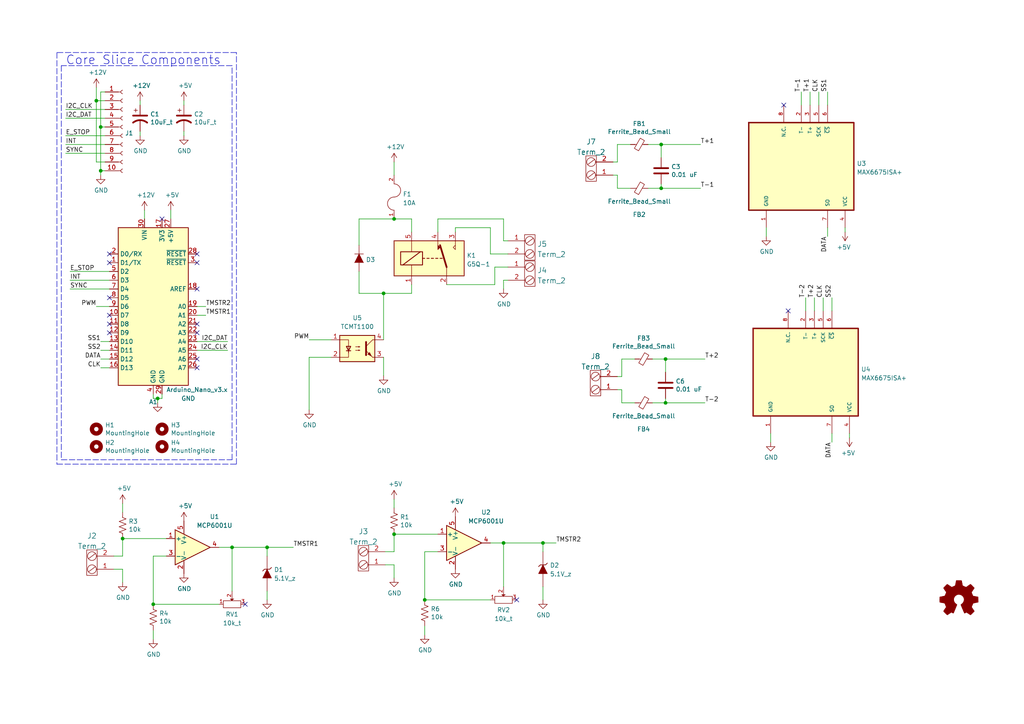
<source format=kicad_sch>
(kicad_sch (version 20211123) (generator eeschema)

  (uuid 66043bca-a260-4915-9fce-8a51d324c687)

  (paper "A4")

  (lib_symbols
    (symbol "Amplifier_Operational:MCP6001U" (pin_names (offset 0.127)) (in_bom yes) (on_board yes)
      (property "Reference" "U" (id 0) (at 0 5.08 0)
        (effects (font (size 1.27 1.27)) (justify left))
      )
      (property "Value" "MCP6001U" (id 1) (at 0 -5.08 0)
        (effects (font (size 1.27 1.27)) (justify left))
      )
      (property "Footprint" "" (id 2) (at 0 0 0)
        (effects (font (size 1.27 1.27)) (justify left) hide)
      )
      (property "Datasheet" "http://ww1.microchip.com/downloads/en/DeviceDoc/21733j.pdf" (id 3) (at 0 0 0)
        (effects (font (size 1.27 1.27)) hide)
      )
      (property "ki_keywords" "single opamp" (id 4) (at 0 0 0)
        (effects (font (size 1.27 1.27)) hide)
      )
      (property "ki_description" "1MHz, Low-Power Op Amp, SOT-23-5" (id 5) (at 0 0 0)
        (effects (font (size 1.27 1.27)) hide)
      )
      (property "ki_fp_filters" "SOT?23* *SC*70*" (id 6) (at 0 0 0)
        (effects (font (size 1.27 1.27)) hide)
      )
      (symbol "MCP6001U_0_1"
        (polyline
          (pts
            (xy -5.08 5.08)
            (xy 5.08 0)
            (xy -5.08 -5.08)
            (xy -5.08 5.08)
          )
          (stroke (width 0.254) (type default) (color 0 0 0 0))
          (fill (type background))
        )
        (pin power_in line (at -2.54 -7.62 90) (length 3.81)
          (name "V-" (effects (font (size 1.27 1.27))))
          (number "2" (effects (font (size 1.27 1.27))))
        )
        (pin power_in line (at -2.54 7.62 270) (length 3.81)
          (name "V+" (effects (font (size 1.27 1.27))))
          (number "5" (effects (font (size 1.27 1.27))))
        )
      )
      (symbol "MCP6001U_1_1"
        (pin input line (at -7.62 2.54 0) (length 2.54)
          (name "+" (effects (font (size 1.27 1.27))))
          (number "1" (effects (font (size 1.27 1.27))))
        )
        (pin input line (at -7.62 -2.54 0) (length 2.54)
          (name "-" (effects (font (size 1.27 1.27))))
          (number "3" (effects (font (size 1.27 1.27))))
        )
        (pin output line (at 7.62 0 180) (length 2.54)
          (name "~" (effects (font (size 1.27 1.27))))
          (number "4" (effects (font (size 1.27 1.27))))
        )
      )
    )
    (symbol "BREAD_Slice-rescue:10uF_t-OCI_UPL_2_Capacitors" (pin_numbers hide) (pin_names (offset 0.254) hide) (in_bom yes) (on_board yes)
      (property "Reference" "C" (id 0) (at 0.635 2.54 0)
        (effects (font (size 1.27 1.27)) (justify left))
      )
      (property "Value" "10uF_t-OCI_UPL_2_Capacitors" (id 1) (at 0.635 -2.54 0)
        (effects (font (size 1.27 1.27)) (justify left))
      )
      (property "Footprint" "OCI_UPL_FOOTPRINTS:C_2312" (id 2) (at 0 -6.35 0)
        (effects (font (size 0.762 0.762)) hide)
      )
      (property "Datasheet" "https://www.digikey.com/short/qcd8n7" (id 3) (at 0 5.08 0)
        (effects (font (size 0.762 0.762)) hide)
      )
      (property "Part #" "T491C106K025AT" (id 4) (at 0 6.35 0)
        (effects (font (size 0.762 0.762)) hide)
      )
      (property "UPL #" "2.021" (id 5) (at 0 -5.08 0)
        (effects (font (size 0.762 0.762)) hide)
      )
      (property "ki_fp_filters" "SMD*_Pol c_elec* C*elec TantalC* Elko* CP*" (id 6) (at 0 0 0)
        (effects (font (size 1.27 1.27)) hide)
      )
      (symbol "10uF_t-OCI_UPL_2_Capacitors_0_1"
        (polyline
          (pts
            (xy -2.032 0.762)
            (xy 2.032 0.762)
          )
          (stroke (width 0.508) (type default) (color 0 0 0 0))
          (fill (type none))
        )
        (polyline
          (pts
            (xy -1.778 2.286)
            (xy -0.762 2.286)
          )
          (stroke (width 0) (type default) (color 0 0 0 0))
          (fill (type none))
        )
        (polyline
          (pts
            (xy -1.27 1.778)
            (xy -1.27 2.794)
          )
          (stroke (width 0) (type default) (color 0 0 0 0))
          (fill (type none))
        )
        (arc (start 2.032 -1.27) (mid 0 -0.5572) (end -2.032 -1.27)
          (stroke (width 0.508) (type default) (color 0 0 0 0))
          (fill (type none))
        )
      )
      (symbol "10uF_t-OCI_UPL_2_Capacitors_1_1"
        (pin passive line (at 0 3.81 270) (length 2.794)
          (name "~" (effects (font (size 1.016 1.016))))
          (number "1" (effects (font (size 1.016 1.016))))
        )
        (pin passive line (at 0 -3.81 90) (length 3.302)
          (name "~" (effects (font (size 1.016 1.016))))
          (number "2" (effects (font (size 1.016 1.016))))
        )
      )
    )
    (symbol "Connector:Conn_01x10_Female" (pin_names (offset 1.016) hide) (in_bom yes) (on_board yes)
      (property "Reference" "J" (id 0) (at 0 12.7 0)
        (effects (font (size 1.27 1.27)))
      )
      (property "Value" "Conn_01x10_Female" (id 1) (at 0 -15.24 0)
        (effects (font (size 1.27 1.27)))
      )
      (property "Footprint" "" (id 2) (at 0 0 0)
        (effects (font (size 1.27 1.27)) hide)
      )
      (property "Datasheet" "~" (id 3) (at 0 0 0)
        (effects (font (size 1.27 1.27)) hide)
      )
      (property "ki_keywords" "connector" (id 4) (at 0 0 0)
        (effects (font (size 1.27 1.27)) hide)
      )
      (property "ki_description" "Generic connector, single row, 01x10, script generated (kicad-library-utils/schlib/autogen/connector/)" (id 5) (at 0 0 0)
        (effects (font (size 1.27 1.27)) hide)
      )
      (property "ki_fp_filters" "Connector*:*_1x??_*" (id 6) (at 0 0 0)
        (effects (font (size 1.27 1.27)) hide)
      )
      (symbol "Conn_01x10_Female_1_1"
        (arc (start 0 -12.192) (mid -0.508 -12.7) (end 0 -13.208)
          (stroke (width 0.1524) (type default) (color 0 0 0 0))
          (fill (type none))
        )
        (arc (start 0 -9.652) (mid -0.508 -10.16) (end 0 -10.668)
          (stroke (width 0.1524) (type default) (color 0 0 0 0))
          (fill (type none))
        )
        (arc (start 0 -7.112) (mid -0.508 -7.62) (end 0 -8.128)
          (stroke (width 0.1524) (type default) (color 0 0 0 0))
          (fill (type none))
        )
        (arc (start 0 -4.572) (mid -0.508 -5.08) (end 0 -5.588)
          (stroke (width 0.1524) (type default) (color 0 0 0 0))
          (fill (type none))
        )
        (arc (start 0 -2.032) (mid -0.508 -2.54) (end 0 -3.048)
          (stroke (width 0.1524) (type default) (color 0 0 0 0))
          (fill (type none))
        )
        (polyline
          (pts
            (xy -1.27 -12.7)
            (xy -0.508 -12.7)
          )
          (stroke (width 0.1524) (type default) (color 0 0 0 0))
          (fill (type none))
        )
        (polyline
          (pts
            (xy -1.27 -10.16)
            (xy -0.508 -10.16)
          )
          (stroke (width 0.1524) (type default) (color 0 0 0 0))
          (fill (type none))
        )
        (polyline
          (pts
            (xy -1.27 -7.62)
            (xy -0.508 -7.62)
          )
          (stroke (width 0.1524) (type default) (color 0 0 0 0))
          (fill (type none))
        )
        (polyline
          (pts
            (xy -1.27 -5.08)
            (xy -0.508 -5.08)
          )
          (stroke (width 0.1524) (type default) (color 0 0 0 0))
          (fill (type none))
        )
        (polyline
          (pts
            (xy -1.27 -2.54)
            (xy -0.508 -2.54)
          )
          (stroke (width 0.1524) (type default) (color 0 0 0 0))
          (fill (type none))
        )
        (polyline
          (pts
            (xy -1.27 0)
            (xy -0.508 0)
          )
          (stroke (width 0.1524) (type default) (color 0 0 0 0))
          (fill (type none))
        )
        (polyline
          (pts
            (xy -1.27 2.54)
            (xy -0.508 2.54)
          )
          (stroke (width 0.1524) (type default) (color 0 0 0 0))
          (fill (type none))
        )
        (polyline
          (pts
            (xy -1.27 5.08)
            (xy -0.508 5.08)
          )
          (stroke (width 0.1524) (type default) (color 0 0 0 0))
          (fill (type none))
        )
        (polyline
          (pts
            (xy -1.27 7.62)
            (xy -0.508 7.62)
          )
          (stroke (width 0.1524) (type default) (color 0 0 0 0))
          (fill (type none))
        )
        (polyline
          (pts
            (xy -1.27 10.16)
            (xy -0.508 10.16)
          )
          (stroke (width 0.1524) (type default) (color 0 0 0 0))
          (fill (type none))
        )
        (arc (start 0 0.508) (mid -0.508 0) (end 0 -0.508)
          (stroke (width 0.1524) (type default) (color 0 0 0 0))
          (fill (type none))
        )
        (arc (start 0 3.048) (mid -0.508 2.54) (end 0 2.032)
          (stroke (width 0.1524) (type default) (color 0 0 0 0))
          (fill (type none))
        )
        (arc (start 0 5.588) (mid -0.508 5.08) (end 0 4.572)
          (stroke (width 0.1524) (type default) (color 0 0 0 0))
          (fill (type none))
        )
        (arc (start 0 8.128) (mid -0.508 7.62) (end 0 7.112)
          (stroke (width 0.1524) (type default) (color 0 0 0 0))
          (fill (type none))
        )
        (arc (start 0 10.668) (mid -0.508 10.16) (end 0 9.652)
          (stroke (width 0.1524) (type default) (color 0 0 0 0))
          (fill (type none))
        )
        (pin passive line (at -5.08 10.16 0) (length 3.81)
          (name "Pin_1" (effects (font (size 1.27 1.27))))
          (number "1" (effects (font (size 1.27 1.27))))
        )
        (pin passive line (at -5.08 -12.7 0) (length 3.81)
          (name "Pin_10" (effects (font (size 1.27 1.27))))
          (number "10" (effects (font (size 1.27 1.27))))
        )
        (pin passive line (at -5.08 7.62 0) (length 3.81)
          (name "Pin_2" (effects (font (size 1.27 1.27))))
          (number "2" (effects (font (size 1.27 1.27))))
        )
        (pin passive line (at -5.08 5.08 0) (length 3.81)
          (name "Pin_3" (effects (font (size 1.27 1.27))))
          (number "3" (effects (font (size 1.27 1.27))))
        )
        (pin passive line (at -5.08 2.54 0) (length 3.81)
          (name "Pin_4" (effects (font (size 1.27 1.27))))
          (number "4" (effects (font (size 1.27 1.27))))
        )
        (pin passive line (at -5.08 0 0) (length 3.81)
          (name "Pin_5" (effects (font (size 1.27 1.27))))
          (number "5" (effects (font (size 1.27 1.27))))
        )
        (pin passive line (at -5.08 -2.54 0) (length 3.81)
          (name "Pin_6" (effects (font (size 1.27 1.27))))
          (number "6" (effects (font (size 1.27 1.27))))
        )
        (pin passive line (at -5.08 -5.08 0) (length 3.81)
          (name "Pin_7" (effects (font (size 1.27 1.27))))
          (number "7" (effects (font (size 1.27 1.27))))
        )
        (pin passive line (at -5.08 -7.62 0) (length 3.81)
          (name "Pin_8" (effects (font (size 1.27 1.27))))
          (number "8" (effects (font (size 1.27 1.27))))
        )
        (pin passive line (at -5.08 -10.16 0) (length 3.81)
          (name "Pin_9" (effects (font (size 1.27 1.27))))
          (number "9" (effects (font (size 1.27 1.27))))
        )
      )
    )
    (symbol "Device:C" (pin_numbers hide) (pin_names (offset 0.254)) (in_bom yes) (on_board yes)
      (property "Reference" "C" (id 0) (at 0.635 2.54 0)
        (effects (font (size 1.27 1.27)) (justify left))
      )
      (property "Value" "C" (id 1) (at 0.635 -2.54 0)
        (effects (font (size 1.27 1.27)) (justify left))
      )
      (property "Footprint" "" (id 2) (at 0.9652 -3.81 0)
        (effects (font (size 1.27 1.27)) hide)
      )
      (property "Datasheet" "~" (id 3) (at 0 0 0)
        (effects (font (size 1.27 1.27)) hide)
      )
      (property "ki_keywords" "cap capacitor" (id 4) (at 0 0 0)
        (effects (font (size 1.27 1.27)) hide)
      )
      (property "ki_description" "Unpolarized capacitor" (id 5) (at 0 0 0)
        (effects (font (size 1.27 1.27)) hide)
      )
      (property "ki_fp_filters" "C_*" (id 6) (at 0 0 0)
        (effects (font (size 1.27 1.27)) hide)
      )
      (symbol "C_0_1"
        (polyline
          (pts
            (xy -2.032 -0.762)
            (xy 2.032 -0.762)
          )
          (stroke (width 0.508) (type default) (color 0 0 0 0))
          (fill (type none))
        )
        (polyline
          (pts
            (xy -2.032 0.762)
            (xy 2.032 0.762)
          )
          (stroke (width 0.508) (type default) (color 0 0 0 0))
          (fill (type none))
        )
      )
      (symbol "C_1_1"
        (pin passive line (at 0 3.81 270) (length 2.794)
          (name "~" (effects (font (size 1.27 1.27))))
          (number "1" (effects (font (size 1.27 1.27))))
        )
        (pin passive line (at 0 -3.81 90) (length 2.794)
          (name "~" (effects (font (size 1.27 1.27))))
          (number "2" (effects (font (size 1.27 1.27))))
        )
      )
    )
    (symbol "Device:Ferrite_Bead_Small" (pin_numbers hide) (pin_names (offset 0)) (in_bom yes) (on_board yes)
      (property "Reference" "FB" (id 0) (at 1.905 1.27 0)
        (effects (font (size 1.27 1.27)) (justify left))
      )
      (property "Value" "Device_Ferrite_Bead_Small" (id 1) (at 1.905 -1.27 0)
        (effects (font (size 1.27 1.27)) (justify left))
      )
      (property "Footprint" "" (id 2) (at -1.778 0 90)
        (effects (font (size 1.27 1.27)) hide)
      )
      (property "Datasheet" "" (id 3) (at 0 0 0)
        (effects (font (size 1.27 1.27)) hide)
      )
      (property "ki_fp_filters" "Inductor_* L_* *Ferrite*" (id 4) (at 0 0 0)
        (effects (font (size 1.27 1.27)) hide)
      )
      (symbol "Ferrite_Bead_Small_0_1"
        (polyline
          (pts
            (xy 0 -1.27)
            (xy 0 -0.7874)
          )
          (stroke (width 0) (type default) (color 0 0 0 0))
          (fill (type none))
        )
        (polyline
          (pts
            (xy 0 0.889)
            (xy 0 1.2954)
          )
          (stroke (width 0) (type default) (color 0 0 0 0))
          (fill (type none))
        )
        (polyline
          (pts
            (xy -1.8288 0.2794)
            (xy -1.1176 1.4986)
            (xy 1.8288 -0.2032)
            (xy 1.1176 -1.4224)
            (xy -1.8288 0.2794)
          )
          (stroke (width 0) (type default) (color 0 0 0 0))
          (fill (type none))
        )
      )
      (symbol "Ferrite_Bead_Small_1_1"
        (pin passive line (at 0 2.54 270) (length 1.27)
          (name "~" (effects (font (size 1.27 1.27))))
          (number "1" (effects (font (size 1.27 1.27))))
        )
        (pin passive line (at 0 -2.54 90) (length 1.27)
          (name "~" (effects (font (size 1.27 1.27))))
          (number "2" (effects (font (size 1.27 1.27))))
        )
      )
    )
    (symbol "Device:R_US" (pin_numbers hide) (pin_names (offset 0)) (in_bom yes) (on_board yes)
      (property "Reference" "R" (id 0) (at 2.54 0 90)
        (effects (font (size 1.27 1.27)))
      )
      (property "Value" "R_US" (id 1) (at -2.54 0 90)
        (effects (font (size 1.27 1.27)))
      )
      (property "Footprint" "" (id 2) (at 1.016 -0.254 90)
        (effects (font (size 1.27 1.27)) hide)
      )
      (property "Datasheet" "~" (id 3) (at 0 0 0)
        (effects (font (size 1.27 1.27)) hide)
      )
      (property "ki_keywords" "R res resistor" (id 4) (at 0 0 0)
        (effects (font (size 1.27 1.27)) hide)
      )
      (property "ki_description" "Resistor, US symbol" (id 5) (at 0 0 0)
        (effects (font (size 1.27 1.27)) hide)
      )
      (property "ki_fp_filters" "R_*" (id 6) (at 0 0 0)
        (effects (font (size 1.27 1.27)) hide)
      )
      (symbol "R_US_0_1"
        (polyline
          (pts
            (xy 0 -2.286)
            (xy 0 -2.54)
          )
          (stroke (width 0) (type default) (color 0 0 0 0))
          (fill (type none))
        )
        (polyline
          (pts
            (xy 0 2.286)
            (xy 0 2.54)
          )
          (stroke (width 0) (type default) (color 0 0 0 0))
          (fill (type none))
        )
        (polyline
          (pts
            (xy 0 -0.762)
            (xy 1.016 -1.143)
            (xy 0 -1.524)
            (xy -1.016 -1.905)
            (xy 0 -2.286)
          )
          (stroke (width 0) (type default) (color 0 0 0 0))
          (fill (type none))
        )
        (polyline
          (pts
            (xy 0 0.762)
            (xy 1.016 0.381)
            (xy 0 0)
            (xy -1.016 -0.381)
            (xy 0 -0.762)
          )
          (stroke (width 0) (type default) (color 0 0 0 0))
          (fill (type none))
        )
        (polyline
          (pts
            (xy 0 2.286)
            (xy 1.016 1.905)
            (xy 0 1.524)
            (xy -1.016 1.143)
            (xy 0 0.762)
          )
          (stroke (width 0) (type default) (color 0 0 0 0))
          (fill (type none))
        )
      )
      (symbol "R_US_1_1"
        (pin passive line (at 0 3.81 270) (length 1.27)
          (name "~" (effects (font (size 1.27 1.27))))
          (number "1" (effects (font (size 1.27 1.27))))
        )
        (pin passive line (at 0 -3.81 90) (length 1.27)
          (name "~" (effects (font (size 1.27 1.27))))
          (number "2" (effects (font (size 1.27 1.27))))
        )
      )
    )
    (symbol "Graphic:Logo_Open_Hardware_Small" (pin_names (offset 1.016)) (in_bom yes) (on_board yes)
      (property "Reference" "#LOGO" (id 0) (at 0 6.985 0)
        (effects (font (size 1.27 1.27)) hide)
      )
      (property "Value" "Logo_Open_Hardware_Small" (id 1) (at 0 -5.715 0)
        (effects (font (size 1.27 1.27)) hide)
      )
      (property "Footprint" "" (id 2) (at 0 0 0)
        (effects (font (size 1.27 1.27)) hide)
      )
      (property "Datasheet" "~" (id 3) (at 0 0 0)
        (effects (font (size 1.27 1.27)) hide)
      )
      (property "ki_keywords" "Logo" (id 4) (at 0 0 0)
        (effects (font (size 1.27 1.27)) hide)
      )
      (property "ki_description" "Open Hardware logo, small" (id 5) (at 0 0 0)
        (effects (font (size 1.27 1.27)) hide)
      )
      (symbol "Logo_Open_Hardware_Small_0_1"
        (polyline
          (pts
            (xy 3.3528 -4.3434)
            (xy 3.302 -4.318)
            (xy 3.175 -4.2418)
            (xy 2.9972 -4.1148)
            (xy 2.7686 -3.9624)
            (xy 2.54 -3.81)
            (xy 2.3622 -3.7084)
            (xy 2.2352 -3.6068)
            (xy 2.1844 -3.5814)
            (xy 2.159 -3.6068)
            (xy 2.0574 -3.6576)
            (xy 1.905 -3.7338)
            (xy 1.8034 -3.7846)
            (xy 1.6764 -3.8354)
            (xy 1.6002 -3.8354)
            (xy 1.6002 -3.8354)
            (xy 1.5494 -3.7338)
            (xy 1.4732 -3.5306)
            (xy 1.3462 -3.302)
            (xy 1.2446 -3.0226)
            (xy 1.1176 -2.7178)
            (xy 0.9652 -2.413)
            (xy 0.8636 -2.1082)
            (xy 0.7366 -1.8288)
            (xy 0.6604 -1.6256)
            (xy 0.6096 -1.4732)
            (xy 0.5842 -1.397)
            (xy 0.5842 -1.397)
            (xy 0.6604 -1.3208)
            (xy 0.7874 -1.2446)
            (xy 1.0414 -1.016)
            (xy 1.2954 -0.6858)
            (xy 1.4478 -0.3302)
            (xy 1.524 0.0762)
            (xy 1.4732 0.4572)
            (xy 1.3208 0.8128)
            (xy 1.0668 1.143)
            (xy 0.762 1.3716)
            (xy 0.4064 1.524)
            (xy 0 1.5748)
            (xy -0.381 1.5494)
            (xy -0.7366 1.397)
            (xy -1.0668 1.143)
            (xy -1.2192 0.9906)
            (xy -1.397 0.6604)
            (xy -1.524 0.3048)
            (xy -1.524 0.2286)
            (xy -1.4986 -0.1778)
            (xy -1.397 -0.5334)
            (xy -1.1938 -0.8636)
            (xy -0.9144 -1.143)
            (xy -0.8636 -1.1684)
            (xy -0.7366 -1.27)
            (xy -0.635 -1.3462)
            (xy -0.5842 -1.397)
            (xy -1.0668 -2.5908)
            (xy -1.143 -2.794)
            (xy -1.2954 -3.1242)
            (xy -1.397 -3.4036)
            (xy -1.4986 -3.6322)
            (xy -1.5748 -3.7846)
            (xy -1.6002 -3.8354)
            (xy -1.6002 -3.8354)
            (xy -1.651 -3.8354)
            (xy -1.7272 -3.81)
            (xy -1.905 -3.7338)
            (xy -2.0066 -3.683)
            (xy -2.1336 -3.6068)
            (xy -2.2098 -3.5814)
            (xy -2.2606 -3.6068)
            (xy -2.3622 -3.683)
            (xy -2.54 -3.81)
            (xy -2.7686 -3.9624)
            (xy -2.9718 -4.0894)
            (xy -3.1496 -4.2164)
            (xy -3.302 -4.318)
            (xy -3.3528 -4.3434)
            (xy -3.3782 -4.3434)
            (xy -3.429 -4.318)
            (xy -3.5306 -4.2164)
            (xy -3.7084 -4.064)
            (xy -3.937 -3.8354)
            (xy -3.9624 -3.81)
            (xy -4.1656 -3.6068)
            (xy -4.318 -3.4544)
            (xy -4.4196 -3.3274)
            (xy -4.445 -3.2766)
            (xy -4.445 -3.2766)
            (xy -4.4196 -3.2258)
            (xy -4.318 -3.0734)
            (xy -4.2164 -2.8956)
            (xy -4.064 -2.667)
            (xy -3.6576 -2.0828)
            (xy -3.8862 -1.5494)
            (xy -3.937 -1.3716)
            (xy -4.0386 -1.1684)
            (xy -4.0894 -1.0414)
            (xy -4.1148 -0.9652)
            (xy -4.191 -0.9398)
            (xy -4.318 -0.9144)
            (xy -4.5466 -0.8636)
            (xy -4.8006 -0.8128)
            (xy -5.0546 -0.7874)
            (xy -5.2578 -0.7366)
            (xy -5.4356 -0.7112)
            (xy -5.5118 -0.6858)
            (xy -5.5118 -0.6858)
            (xy -5.5372 -0.635)
            (xy -5.5372 -0.5588)
            (xy -5.5372 -0.4318)
            (xy -5.5626 -0.2286)
            (xy -5.5626 0.0762)
            (xy -5.5626 0.127)
            (xy -5.5372 0.4064)
            (xy -5.5372 0.635)
            (xy -5.5372 0.762)
            (xy -5.5372 0.8382)
            (xy -5.5372 0.8382)
            (xy -5.461 0.8382)
            (xy -5.3086 0.889)
            (xy -5.08 0.9144)
            (xy -4.826 0.9652)
            (xy -4.8006 0.9906)
            (xy -4.5466 1.0414)
            (xy -4.318 1.0668)
            (xy -4.1656 1.1176)
            (xy -4.0894 1.143)
            (xy -4.0894 1.143)
            (xy -4.0386 1.2446)
            (xy -3.9624 1.4224)
            (xy -3.8608 1.6256)
            (xy -3.7846 1.8288)
            (xy -3.7084 2.0066)
            (xy -3.6576 2.159)
            (xy -3.6322 2.2098)
            (xy -3.6322 2.2098)
            (xy -3.683 2.286)
            (xy -3.7592 2.413)
            (xy -3.8862 2.5908)
            (xy -4.064 2.8194)
            (xy -4.064 2.8448)
            (xy -4.2164 3.0734)
            (xy -4.3434 3.2512)
            (xy -4.4196 3.3782)
            (xy -4.445 3.4544)
            (xy -4.445 3.4544)
            (xy -4.3942 3.5052)
            (xy -4.2926 3.6322)
            (xy -4.1148 3.81)
            (xy -3.937 4.0132)
            (xy -3.8608 4.064)
            (xy -3.6576 4.2926)
            (xy -3.5052 4.4196)
            (xy -3.4036 4.4958)
            (xy -3.3528 4.5212)
            (xy -3.3528 4.5212)
            (xy -3.302 4.4704)
            (xy -3.1496 4.3688)
            (xy -2.9718 4.2418)
            (xy -2.7432 4.0894)
            (xy -2.7178 4.0894)
            (xy -2.4892 3.937)
            (xy -2.3114 3.81)
            (xy -2.1844 3.7084)
            (xy -2.1336 3.683)
            (xy -2.1082 3.683)
            (xy -2.032 3.7084)
            (xy -1.8542 3.7592)
            (xy -1.6764 3.8354)
            (xy -1.4732 3.937)
            (xy -1.27 4.0132)
            (xy -1.143 4.064)
            (xy -1.0668 4.1148)
            (xy -1.0668 4.1148)
            (xy -1.0414 4.191)
            (xy -1.016 4.3434)
            (xy -0.9652 4.572)
            (xy -0.9144 4.8514)
            (xy -0.889 4.9022)
            (xy -0.8382 5.1562)
            (xy -0.8128 5.3848)
            (xy -0.7874 5.5372)
            (xy -0.762 5.588)
            (xy -0.7112 5.6134)
            (xy -0.5842 5.6134)
            (xy -0.4064 5.6134)
            (xy -0.1524 5.6134)
            (xy 0.0762 5.6134)
            (xy 0.3302 5.6134)
            (xy 0.5334 5.6134)
            (xy 0.6858 5.588)
            (xy 0.7366 5.588)
            (xy 0.7366 5.588)
            (xy 0.762 5.5118)
            (xy 0.8128 5.334)
            (xy 0.8382 5.1054)
            (xy 0.9144 4.826)
            (xy 0.9144 4.7752)
            (xy 0.9652 4.5212)
            (xy 1.016 4.2926)
            (xy 1.0414 4.1402)
            (xy 1.0668 4.0894)
            (xy 1.0668 4.0894)
            (xy 1.1938 4.0386)
            (xy 1.3716 3.9624)
            (xy 1.5748 3.8608)
            (xy 2.0828 3.6576)
            (xy 2.7178 4.0894)
            (xy 2.7686 4.1402)
            (xy 2.9972 4.2926)
            (xy 3.175 4.4196)
            (xy 3.302 4.4958)
            (xy 3.3782 4.5212)
            (xy 3.3782 4.5212)
            (xy 3.429 4.4704)
            (xy 3.556 4.3434)
            (xy 3.7338 4.191)
            (xy 3.9116 3.9878)
            (xy 4.064 3.8354)
            (xy 4.2418 3.6576)
            (xy 4.3434 3.556)
            (xy 4.4196 3.4798)
            (xy 4.4196 3.429)
            (xy 4.4196 3.4036)
            (xy 4.3942 3.3274)
            (xy 4.2926 3.2004)
            (xy 4.1656 2.9972)
            (xy 4.0132 2.794)
            (xy 3.8862 2.5908)
            (xy 3.7592 2.3876)
            (xy 3.6576 2.2352)
            (xy 3.6322 2.159)
            (xy 3.6322 2.1336)
            (xy 3.683 2.0066)
            (xy 3.7592 1.8288)
            (xy 3.8608 1.6002)
            (xy 4.064 1.1176)
            (xy 4.3942 1.0414)
            (xy 4.5974 1.016)
            (xy 4.8768 0.9652)
            (xy 5.1308 0.9144)
            (xy 5.5372 0.8382)
            (xy 5.5626 -0.6604)
            (xy 5.4864 -0.6858)
            (xy 5.4356 -0.6858)
            (xy 5.2832 -0.7366)
            (xy 5.0546 -0.762)
            (xy 4.8006 -0.8128)
            (xy 4.5974 -0.8636)
            (xy 4.3688 -0.9144)
            (xy 4.2164 -0.9398)
            (xy 4.1402 -0.9398)
            (xy 4.1148 -0.9652)
            (xy 4.064 -1.0668)
            (xy 3.9878 -1.2446)
            (xy 3.9116 -1.4478)
            (xy 3.81 -1.651)
            (xy 3.7338 -1.8542)
            (xy 3.683 -2.0066)
            (xy 3.6576 -2.0828)
            (xy 3.683 -2.1336)
            (xy 3.7846 -2.2606)
            (xy 3.8862 -2.4638)
            (xy 4.0386 -2.667)
            (xy 4.191 -2.8956)
            (xy 4.318 -3.0734)
            (xy 4.3942 -3.2004)
            (xy 4.445 -3.2766)
            (xy 4.4196 -3.3274)
            (xy 4.3434 -3.429)
            (xy 4.1656 -3.5814)
            (xy 3.937 -3.8354)
            (xy 3.8862 -3.8608)
            (xy 3.683 -4.064)
            (xy 3.5306 -4.2164)
            (xy 3.4036 -4.318)
            (xy 3.3528 -4.3434)
          )
          (stroke (width 0) (type default) (color 0 0 0 0))
          (fill (type outline))
        )
      )
    )
    (symbol "Isolator:TCMT1100" (pin_names (offset 1.016)) (in_bom yes) (on_board yes)
      (property "Reference" "U" (id 0) (at 0 5.08 0)
        (effects (font (size 1.27 1.27)))
      )
      (property "Value" "TCMT1100" (id 1) (at 0 -5.08 0)
        (effects (font (size 1.27 1.27)))
      )
      (property "Footprint" "Package_SO:SOP-4_4.4x2.6mm_P1.27mm" (id 2) (at 0 -7.62 0)
        (effects (font (size 1.27 1.27)) hide)
      )
      (property "Datasheet" "http://www.vishay.com/docs/83510/tcmt1100.pdf" (id 3) (at 0 -1.27 0)
        (effects (font (size 1.27 1.27)) (justify left) hide)
      )
      (property "ki_keywords" "NPN DC opto" (id 4) (at 0 0 0)
        (effects (font (size 1.27 1.27)) hide)
      )
      (property "ki_description" "Optocoupler, Vce 70V, CTR 50-600%, Viso 3750V (RMS), SOP-4" (id 5) (at 0 0 0)
        (effects (font (size 1.27 1.27)) hide)
      )
      (property "ki_fp_filters" "SOP*4.4x2.6mm*P1.27mm*" (id 6) (at 0 0 0)
        (effects (font (size 1.27 1.27)) hide)
      )
      (symbol "TCMT1100_1_1"
        (rectangle (start -5.08 3.81) (end 5.08 -3.81)
          (stroke (width 0.254) (type default) (color 0 0 0 0))
          (fill (type background))
        )
        (polyline
          (pts
            (xy -3.175 -0.635)
            (xy -1.905 -0.635)
          )
          (stroke (width 0.254) (type default) (color 0 0 0 0))
          (fill (type none))
        )
        (polyline
          (pts
            (xy 2.54 0.635)
            (xy 4.445 2.54)
          )
          (stroke (width 0) (type default) (color 0 0 0 0))
          (fill (type none))
        )
        (polyline
          (pts
            (xy 4.445 -2.54)
            (xy 2.54 -0.635)
          )
          (stroke (width 0) (type default) (color 0 0 0 0))
          (fill (type outline))
        )
        (polyline
          (pts
            (xy 4.445 -2.54)
            (xy 5.08 -2.54)
          )
          (stroke (width 0) (type default) (color 0 0 0 0))
          (fill (type none))
        )
        (polyline
          (pts
            (xy 4.445 2.54)
            (xy 5.08 2.54)
          )
          (stroke (width 0) (type default) (color 0 0 0 0))
          (fill (type none))
        )
        (polyline
          (pts
            (xy -2.54 -0.635)
            (xy -2.54 -2.54)
            (xy -5.08 -2.54)
          )
          (stroke (width 0) (type default) (color 0 0 0 0))
          (fill (type none))
        )
        (polyline
          (pts
            (xy 2.54 1.905)
            (xy 2.54 -1.905)
            (xy 2.54 -1.905)
          )
          (stroke (width 0.508) (type default) (color 0 0 0 0))
          (fill (type none))
        )
        (polyline
          (pts
            (xy -5.08 2.54)
            (xy -2.54 2.54)
            (xy -2.54 -1.27)
            (xy -2.54 0.635)
          )
          (stroke (width 0) (type default) (color 0 0 0 0))
          (fill (type none))
        )
        (polyline
          (pts
            (xy -2.54 -0.635)
            (xy -3.175 0.635)
            (xy -1.905 0.635)
            (xy -2.54 -0.635)
          )
          (stroke (width 0.254) (type default) (color 0 0 0 0))
          (fill (type none))
        )
        (polyline
          (pts
            (xy -0.508 -0.508)
            (xy 0.762 -0.508)
            (xy 0.381 -0.635)
            (xy 0.381 -0.381)
            (xy 0.762 -0.508)
          )
          (stroke (width 0) (type default) (color 0 0 0 0))
          (fill (type none))
        )
        (polyline
          (pts
            (xy -0.508 0.508)
            (xy 0.762 0.508)
            (xy 0.381 0.381)
            (xy 0.381 0.635)
            (xy 0.762 0.508)
          )
          (stroke (width 0) (type default) (color 0 0 0 0))
          (fill (type none))
        )
        (polyline
          (pts
            (xy 3.048 -1.651)
            (xy 3.556 -1.143)
            (xy 4.064 -2.159)
            (xy 3.048 -1.651)
            (xy 3.048 -1.651)
          )
          (stroke (width 0) (type default) (color 0 0 0 0))
          (fill (type outline))
        )
        (pin passive line (at -7.62 2.54 0) (length 2.54)
          (name "~" (effects (font (size 1.27 1.27))))
          (number "1" (effects (font (size 1.27 1.27))))
        )
        (pin passive line (at -7.62 -2.54 0) (length 2.54)
          (name "~" (effects (font (size 1.27 1.27))))
          (number "2" (effects (font (size 1.27 1.27))))
        )
        (pin passive line (at 7.62 -2.54 180) (length 2.54)
          (name "~" (effects (font (size 1.27 1.27))))
          (number "3" (effects (font (size 1.27 1.27))))
        )
        (pin passive line (at 7.62 2.54 180) (length 2.54)
          (name "~" (effects (font (size 1.27 1.27))))
          (number "4" (effects (font (size 1.27 1.27))))
        )
      )
    )
    (symbol "MAX6675ISA_:MAX6675ISA+" (pin_names (offset 1.016)) (in_bom yes) (on_board yes)
      (property "Reference" "U" (id 0) (at -12.7 16.2306 0)
        (effects (font (size 1.27 1.27)) (justify left bottom))
      )
      (property "Value" "MAX6675ISA+" (id 1) (at -12.7 -19.2278 0)
        (effects (font (size 1.27 1.27)) (justify left bottom))
      )
      (property "Footprint" "SOIC127P600X175-8N" (id 2) (at 0 0 0)
        (effects (font (size 1.27 1.27)) (justify left bottom) hide)
      )
      (property "Datasheet" "" (id 3) (at 0 0 0)
        (effects (font (size 1.27 1.27)) (justify left bottom) hide)
      )
      (property "ki_locked" "" (id 4) (at 0 0 0)
        (effects (font (size 1.27 1.27)))
      )
      (symbol "MAX6675ISA+_0_0"
        (rectangle (start -12.7 -15.24) (end 12.7 15.24)
          (stroke (width 0.4064) (type default) (color 0 0 0 0))
          (fill (type background))
        )
        (pin power_in line (at 17.78 -10.16 180) (length 5.08)
          (name "GND" (effects (font (size 1.016 1.016))))
          (number "1" (effects (font (size 1.016 1.016))))
        )
        (pin input line (at -17.78 0 0) (length 5.08)
          (name "T-" (effects (font (size 1.016 1.016))))
          (number "2" (effects (font (size 1.016 1.016))))
        )
        (pin input line (at -17.78 2.54 0) (length 5.08)
          (name "T+" (effects (font (size 1.016 1.016))))
          (number "3" (effects (font (size 1.016 1.016))))
        )
        (pin power_in line (at 17.78 12.7 180) (length 5.08)
          (name "VCC" (effects (font (size 1.016 1.016))))
          (number "4" (effects (font (size 1.016 1.016))))
        )
        (pin input line (at -17.78 5.08 0) (length 5.08)
          (name "SCK" (effects (font (size 1.016 1.016))))
          (number "5" (effects (font (size 1.016 1.016))))
        )
        (pin input line (at -17.78 7.62 0) (length 5.08)
          (name "~{CS}" (effects (font (size 1.016 1.016))))
          (number "6" (effects (font (size 1.016 1.016))))
        )
        (pin output line (at 17.78 7.62 180) (length 5.08)
          (name "SO" (effects (font (size 1.016 1.016))))
          (number "7" (effects (font (size 1.016 1.016))))
        )
        (pin bidirectional line (at -17.78 -5.08 0) (length 5.08)
          (name "N.C." (effects (font (size 1.016 1.016))))
          (number "8" (effects (font (size 1.016 1.016))))
        )
      )
    )
    (symbol "MCU_Module:Arduino_Nano_v3.x" (in_bom yes) (on_board yes)
      (property "Reference" "A" (id 0) (at -10.16 23.495 0)
        (effects (font (size 1.27 1.27)) (justify left bottom))
      )
      (property "Value" "Arduino_Nano_v3.x" (id 1) (at 5.08 -24.13 0)
        (effects (font (size 1.27 1.27)) (justify left top))
      )
      (property "Footprint" "Module:Arduino_Nano" (id 2) (at 0 0 0)
        (effects (font (size 1.27 1.27) italic) hide)
      )
      (property "Datasheet" "http://www.mouser.com/pdfdocs/Gravitech_Arduino_Nano3_0.pdf" (id 3) (at 0 0 0)
        (effects (font (size 1.27 1.27)) hide)
      )
      (property "ki_keywords" "Arduino nano microcontroller module USB" (id 4) (at 0 0 0)
        (effects (font (size 1.27 1.27)) hide)
      )
      (property "ki_description" "Arduino Nano v3.x" (id 5) (at 0 0 0)
        (effects (font (size 1.27 1.27)) hide)
      )
      (property "ki_fp_filters" "Arduino*Nano*" (id 6) (at 0 0 0)
        (effects (font (size 1.27 1.27)) hide)
      )
      (symbol "Arduino_Nano_v3.x_0_1"
        (rectangle (start -10.16 22.86) (end 10.16 -22.86)
          (stroke (width 0.254) (type default) (color 0 0 0 0))
          (fill (type background))
        )
      )
      (symbol "Arduino_Nano_v3.x_1_1"
        (pin bidirectional line (at -12.7 12.7 0) (length 2.54)
          (name "D1/TX" (effects (font (size 1.27 1.27))))
          (number "1" (effects (font (size 1.27 1.27))))
        )
        (pin bidirectional line (at -12.7 -2.54 0) (length 2.54)
          (name "D7" (effects (font (size 1.27 1.27))))
          (number "10" (effects (font (size 1.27 1.27))))
        )
        (pin bidirectional line (at -12.7 -5.08 0) (length 2.54)
          (name "D8" (effects (font (size 1.27 1.27))))
          (number "11" (effects (font (size 1.27 1.27))))
        )
        (pin bidirectional line (at -12.7 -7.62 0) (length 2.54)
          (name "D9" (effects (font (size 1.27 1.27))))
          (number "12" (effects (font (size 1.27 1.27))))
        )
        (pin bidirectional line (at -12.7 -10.16 0) (length 2.54)
          (name "D10" (effects (font (size 1.27 1.27))))
          (number "13" (effects (font (size 1.27 1.27))))
        )
        (pin bidirectional line (at -12.7 -12.7 0) (length 2.54)
          (name "D11" (effects (font (size 1.27 1.27))))
          (number "14" (effects (font (size 1.27 1.27))))
        )
        (pin bidirectional line (at -12.7 -15.24 0) (length 2.54)
          (name "D12" (effects (font (size 1.27 1.27))))
          (number "15" (effects (font (size 1.27 1.27))))
        )
        (pin bidirectional line (at -12.7 -17.78 0) (length 2.54)
          (name "D13" (effects (font (size 1.27 1.27))))
          (number "16" (effects (font (size 1.27 1.27))))
        )
        (pin power_out line (at 2.54 25.4 270) (length 2.54)
          (name "3V3" (effects (font (size 1.27 1.27))))
          (number "17" (effects (font (size 1.27 1.27))))
        )
        (pin input line (at 12.7 5.08 180) (length 2.54)
          (name "AREF" (effects (font (size 1.27 1.27))))
          (number "18" (effects (font (size 1.27 1.27))))
        )
        (pin bidirectional line (at 12.7 0 180) (length 2.54)
          (name "A0" (effects (font (size 1.27 1.27))))
          (number "19" (effects (font (size 1.27 1.27))))
        )
        (pin bidirectional line (at -12.7 15.24 0) (length 2.54)
          (name "D0/RX" (effects (font (size 1.27 1.27))))
          (number "2" (effects (font (size 1.27 1.27))))
        )
        (pin bidirectional line (at 12.7 -2.54 180) (length 2.54)
          (name "A1" (effects (font (size 1.27 1.27))))
          (number "20" (effects (font (size 1.27 1.27))))
        )
        (pin bidirectional line (at 12.7 -5.08 180) (length 2.54)
          (name "A2" (effects (font (size 1.27 1.27))))
          (number "21" (effects (font (size 1.27 1.27))))
        )
        (pin bidirectional line (at 12.7 -7.62 180) (length 2.54)
          (name "A3" (effects (font (size 1.27 1.27))))
          (number "22" (effects (font (size 1.27 1.27))))
        )
        (pin bidirectional line (at 12.7 -10.16 180) (length 2.54)
          (name "A4" (effects (font (size 1.27 1.27))))
          (number "23" (effects (font (size 1.27 1.27))))
        )
        (pin bidirectional line (at 12.7 -12.7 180) (length 2.54)
          (name "A5" (effects (font (size 1.27 1.27))))
          (number "24" (effects (font (size 1.27 1.27))))
        )
        (pin bidirectional line (at 12.7 -15.24 180) (length 2.54)
          (name "A6" (effects (font (size 1.27 1.27))))
          (number "25" (effects (font (size 1.27 1.27))))
        )
        (pin bidirectional line (at 12.7 -17.78 180) (length 2.54)
          (name "A7" (effects (font (size 1.27 1.27))))
          (number "26" (effects (font (size 1.27 1.27))))
        )
        (pin power_out line (at 5.08 25.4 270) (length 2.54)
          (name "+5V" (effects (font (size 1.27 1.27))))
          (number "27" (effects (font (size 1.27 1.27))))
        )
        (pin input line (at 12.7 15.24 180) (length 2.54)
          (name "~{RESET}" (effects (font (size 1.27 1.27))))
          (number "28" (effects (font (size 1.27 1.27))))
        )
        (pin power_in line (at 2.54 -25.4 90) (length 2.54)
          (name "GND" (effects (font (size 1.27 1.27))))
          (number "29" (effects (font (size 1.27 1.27))))
        )
        (pin input line (at 12.7 12.7 180) (length 2.54)
          (name "~{RESET}" (effects (font (size 1.27 1.27))))
          (number "3" (effects (font (size 1.27 1.27))))
        )
        (pin power_in line (at -2.54 25.4 270) (length 2.54)
          (name "VIN" (effects (font (size 1.27 1.27))))
          (number "30" (effects (font (size 1.27 1.27))))
        )
        (pin power_in line (at 0 -25.4 90) (length 2.54)
          (name "GND" (effects (font (size 1.27 1.27))))
          (number "4" (effects (font (size 1.27 1.27))))
        )
        (pin bidirectional line (at -12.7 10.16 0) (length 2.54)
          (name "D2" (effects (font (size 1.27 1.27))))
          (number "5" (effects (font (size 1.27 1.27))))
        )
        (pin bidirectional line (at -12.7 7.62 0) (length 2.54)
          (name "D3" (effects (font (size 1.27 1.27))))
          (number "6" (effects (font (size 1.27 1.27))))
        )
        (pin bidirectional line (at -12.7 5.08 0) (length 2.54)
          (name "D4" (effects (font (size 1.27 1.27))))
          (number "7" (effects (font (size 1.27 1.27))))
        )
        (pin bidirectional line (at -12.7 2.54 0) (length 2.54)
          (name "D5" (effects (font (size 1.27 1.27))))
          (number "8" (effects (font (size 1.27 1.27))))
        )
        (pin bidirectional line (at -12.7 0 0) (length 2.54)
          (name "D6" (effects (font (size 1.27 1.27))))
          (number "9" (effects (font (size 1.27 1.27))))
        )
      )
    )
    (symbol "Mechanical:MountingHole" (pin_names (offset 1.016)) (in_bom yes) (on_board yes)
      (property "Reference" "H" (id 0) (at 0 5.08 0)
        (effects (font (size 1.27 1.27)))
      )
      (property "Value" "MountingHole" (id 1) (at 0 3.175 0)
        (effects (font (size 1.27 1.27)))
      )
      (property "Footprint" "" (id 2) (at 0 0 0)
        (effects (font (size 1.27 1.27)) hide)
      )
      (property "Datasheet" "~" (id 3) (at 0 0 0)
        (effects (font (size 1.27 1.27)) hide)
      )
      (property "ki_keywords" "mounting hole" (id 4) (at 0 0 0)
        (effects (font (size 1.27 1.27)) hide)
      )
      (property "ki_description" "Mounting Hole without connection" (id 5) (at 0 0 0)
        (effects (font (size 1.27 1.27)) hide)
      )
      (property "ki_fp_filters" "MountingHole*" (id 6) (at 0 0 0)
        (effects (font (size 1.27 1.27)) hide)
      )
      (symbol "MountingHole_0_1"
        (circle (center 0 0) (radius 1.27)
          (stroke (width 1.27) (type default) (color 0 0 0 0))
          (fill (type none))
        )
      )
    )
    (symbol "OCI_UPL_10_Connectors:Term_2" (pin_names (offset 1.016)) (in_bom yes) (on_board yes)
      (property "Reference" "J" (id 0) (at 3.81 1.27 0)
        (effects (font (size 1.524 1.524)))
      )
      (property "Value" "Term_2" (id 1) (at 6.35 3.81 0)
        (effects (font (size 1.524 1.524)))
      )
      (property "Footprint" "OCI_UPL_FOOTPRINTS:TerminalBlock_Pheonix_MKDS1.5-2pol" (id 2) (at 21.59 5.08 0)
        (effects (font (size 0.762 0.762)) hide)
      )
      (property "Datasheet" "https://www.digikey.com/short/q7wbhd" (id 3) (at 21.59 1.27 0)
        (effects (font (size 0.762 0.762)) hide)
      )
      (property "Part #" "1935161" (id 4) (at 21.59 2.54 0)
        (effects (font (size 0.762 0.762)) hide)
      )
      (property "UPL #" "10.003" (id 5) (at 22.86 3.81 0)
        (effects (font (size 0.762 0.762)) hide)
      )
      (property "ki_keywords" "Screw Terminal Block 2 Pos UPL 10.003" (id 6) (at 0 0 0)
        (effects (font (size 1.27 1.27)) hide)
      )
      (property "ki_description" "Terminal Block, 2 Pos [UPL 10.003]" (id 7) (at 0 0 0)
        (effects (font (size 1.27 1.27)) hide)
      )
      (symbol "Term_2_0_1"
        (rectangle (start -1.524 5.588) (end 1.524 -1.778)
          (stroke (width 0) (type default) (color 0 0 0 0))
          (fill (type none))
        )
        (polyline
          (pts
            (xy -1.016 -0.762)
            (xy 1.016 0.762)
          )
          (stroke (width 0) (type default) (color 0 0 0 0))
          (fill (type none))
        )
        (polyline
          (pts
            (xy -1.016 3.048)
            (xy 1.016 4.572)
          )
          (stroke (width 0) (type default) (color 0 0 0 0))
          (fill (type none))
        )
        (circle (center 0 0) (radius 1.27)
          (stroke (width 0) (type default) (color 0 0 0 0))
          (fill (type none))
        )
        (circle (center 0 3.81) (radius 1.27)
          (stroke (width 0) (type default) (color 0 0 0 0))
          (fill (type none))
        )
      )
      (symbol "Term_2_1_1"
        (pin input line (at -6.35 3.81 0) (length 5.08)
          (name "~" (effects (font (size 1.27 1.27))))
          (number "1" (effects (font (size 1.27 1.27))))
        )
        (pin input line (at -6.35 0 0) (length 5.08)
          (name "~" (effects (font (size 1.27 1.27))))
          (number "2" (effects (font (size 1.27 1.27))))
        )
      )
    )
    (symbol "OCI_UPL_11_Mechanical:FUSE_Blade" (pin_names (offset 0.254)) (in_bom yes) (on_board yes)
      (property "Reference" "F" (id 0) (at 2.54 1.27 0)
        (effects (font (size 1.27 1.27)))
      )
      (property "Value" "FUSE_Blade" (id 1) (at 0 -3.81 0)
        (effects (font (size 1.27 1.27)))
      )
      (property "Footprint" "OCI_UPL_FOOTPRINTS:Fuse_Holder" (id 2) (at 0 -5.08 0)
        (effects (font (size 0.762 0.762)) hide)
      )
      (property "Datasheet" "https://www.digikey.com/short/q7wbwz" (id 3) (at 0 -6.35 0)
        (effects (font (size 0.762 0.762)) hide)
      )
      (property "Part #" "3522-2" (id 4) (at 0 2.54 0)
        (effects (font (size 0.762 0.762)) hide)
      )
      (property "UPL #" "11.003" (id 5) (at 0 3.81 0)
        (effects (font (size 0.762 0.762)) hide)
      )
      (property "ki_keywords" "Blade Fuse Holder UPL 11.003" (id 6) (at 0 0 0)
        (effects (font (size 1.27 1.27)) hide)
      )
      (property "ki_description" "Blade Fuse Holder [UPL 11.003]" (id 7) (at 0 0 0)
        (effects (font (size 1.27 1.27)) hide)
      )
      (symbol "FUSE_Blade_0_1"
        (arc (start 0 0) (mid -1.905 1.905) (end -3.81 0)
          (stroke (width 0) (type default) (color 0 0 0 0))
          (fill (type none))
        )
        (arc (start 0 0) (mid 1.905 -1.905) (end 3.81 0)
          (stroke (width 0) (type default) (color 0 0 0 0))
          (fill (type none))
        )
      )
      (symbol "FUSE_Blade_1_1"
        (pin input line (at -6.35 0 0) (length 2.54)
          (name "~" (effects (font (size 1.016 1.016))))
          (number "1" (effects (font (size 1.016 1.016))))
        )
        (pin input line (at 6.35 0 180) (length 2.54)
          (name "~" (effects (font (size 1.016 1.016))))
          (number "2" (effects (font (size 1.016 1.016))))
        )
      )
    )
    (symbol "OCI_UPL_1_Resistors:10k_t" (pin_names (offset 1.016) hide) (in_bom yes) (on_board yes)
      (property "Reference" "RV" (id 0) (at 0 -2.032 0)
        (effects (font (size 1.27 1.27)))
      )
      (property "Value" "10k_t" (id 1) (at 0 0 0)
        (effects (font (size 1.27 1.27)))
      )
      (property "Footprint" "OCI_UPL_FOOTPRINTS:Potentiometer_Bourns_3296W_3-8Zoll_Inline_ScrewUp" (id 2) (at 0 -3.81 0)
        (effects (font (size 0.762 0.762)) hide)
      )
      (property "Datasheet" "https://www.digikey.com/short/qt5j3q" (id 3) (at 0 -5.08 0)
        (effects (font (size 0.762 0.762)) hide)
      )
      (property "Part #" "1-1623849-0 " (id 4) (at 0 -6.35 0)
        (effects (font (size 0.762 0.762)) hide)
      )
      (property "UPL #" "1.070" (id 5) (at 0 -7.62 0)
        (effects (font (size 0.762 0.762)) hide)
      )
      (property "ki_keywords" "THT 10K ohm trimmer potentiometer 25 turn UPL 1.070" (id 6) (at 0 0 0)
        (effects (font (size 1.27 1.27)) hide)
      )
      (property "ki_description" "THT 10K ohm trimmer potentiometer 25 turn [UPL 1.070]" (id 7) (at 0 0 0)
        (effects (font (size 1.27 1.27)) hide)
      )
      (symbol "10k_t_0_1"
        (rectangle (start -2.54 1.016) (end 2.54 -1.016)
          (stroke (width 0) (type default) (color 0 0 0 0))
          (fill (type none))
        )
        (polyline
          (pts
            (xy 0 1.016)
            (xy -0.508 1.524)
            (xy 0.508 1.524)
          )
          (stroke (width 0) (type default) (color 0 0 0 0))
          (fill (type outline))
        )
      )
      (symbol "10k_t_1_1"
        (pin passive line (at -3.81 0 0) (length 1.27)
          (name "1" (effects (font (size 1.016 1.016))))
          (number "1" (effects (font (size 1.016 1.016))))
        )
        (pin passive line (at 0 3.81 270) (length 2.54)
          (name "2" (effects (font (size 1.016 1.016))))
          (number "2" (effects (font (size 1.016 1.016))))
        )
        (pin passive line (at 3.81 0 180) (length 1.27)
          (name "3" (effects (font (size 1.016 1.016))))
          (number "3" (effects (font (size 1.016 1.016))))
        )
      )
    )
    (symbol "OCI_UPL_4_Semiconductors:5.1V_z" (pin_numbers hide) (pin_names (offset 1.016) hide) (in_bom yes) (on_board yes)
      (property "Reference" "D" (id 0) (at 0 2.54 0)
        (effects (font (size 1.27 1.27)))
      )
      (property "Value" "5.1V_z" (id 1) (at 0 -2.54 0)
        (effects (font (size 1.27 1.27)))
      )
      (property "Footprint" "OCI_UPL_FOOTPRINTS:Diode_DO-41_SOD81_Horizontal_RM10" (id 2) (at 0 -3.81 0)
        (effects (font (size 0.762 0.762)) hide)
      )
      (property "Datasheet" "https://www.digikey.com/short/q75wjm" (id 3) (at 0 3.81 0)
        (effects (font (size 0.762 0.762)) hide)
      )
      (property "Part #" "1N4733ATR" (id 4) (at 0 5.08 0)
        (effects (font (size 0.762 0.762)) hide)
      )
      (property "UPL #" "4.007" (id 5) (at 0 -5.08 0)
        (effects (font (size 0.762 0.762)) hide)
      )
      (property "ki_keywords" "Zener Diode 5.1V d D UPL 4.007" (id 6) (at 0 0 0)
        (effects (font (size 1.27 1.27)) hide)
      )
      (property "ki_description" "Zener Diode, 5.1V, 1W [UPL 4.007]" (id 7) (at 0 0 0)
        (effects (font (size 1.27 1.27)) hide)
      )
      (property "ki_fp_filters" "D? SO* SM*" (id 8) (at 0 0 0)
        (effects (font (size 1.27 1.27)) hide)
      )
      (symbol "5.1V_z_0_1"
        (polyline
          (pts
            (xy -1.778 1.27)
            (xy -1.27 0.762)
            (xy -1.27 -0.762)
            (xy -0.762 -1.27)
            (xy -0.762 -1.27)
          )
          (stroke (width 0.2032) (type default) (color 0 0 0 0))
          (fill (type none))
        )
        (polyline
          (pts
            (xy -1.27 0)
            (xy 1.27 1.27)
            (xy 1.27 -1.27)
            (xy -1.27 0)
            (xy -1.27 0)
          )
          (stroke (width 0) (type default) (color 0 0 0 0))
          (fill (type outline))
        )
      )
      (symbol "5.1V_z_1_1"
        (pin passive line (at -5.08 0 0) (length 3.81)
          (name "K" (effects (font (size 1.27 1.27))))
          (number "1" (effects (font (size 1.27 1.27))))
        )
        (pin passive line (at 5.08 0 180) (length 3.81)
          (name "A" (effects (font (size 1.27 1.27))))
          (number "2" (effects (font (size 1.27 1.27))))
        )
      )
    )
    (symbol "OCI_UPL_4_Semiconductors:General_Purpose_Diode" (pin_numbers hide) (pin_names (offset 1.016) hide) (in_bom yes) (on_board yes)
      (property "Reference" "D" (id 0) (at 0 2.54 0)
        (effects (font (size 1.27 1.27)))
      )
      (property "Value" "General_Purpose_Diode" (id 1) (at 0 -2.54 0)
        (effects (font (size 1.27 1.27)) hide)
      )
      (property "Footprint" "OCI_UPL_FOOTPRINTS:SOD-323" (id 2) (at 0 -5.08 0)
        (effects (font (size 0.762 0.762)) hide)
      )
      (property "Datasheet" "https://www.digikey.com/short/q75wqm" (id 3) (at 0 3.81 0)
        (effects (font (size 0.762 0.762)) hide)
      )
      (property "Part #" "1N914BWS" (id 4) (at 0 5.08 0)
        (effects (font (size 0.762 0.762)) hide)
      )
      (property "UPL #" "4.001" (id 5) (at 0 -6.35 0)
        (effects (font (size 0.762 0.762)) hide)
      )
      (property "ki_keywords" "General Purpose Diode 75V 150mA UPL 4.001 d D" (id 6) (at 0 0 0)
        (effects (font (size 1.27 1.27)) hide)
      )
      (property "ki_description" "General Purpose Diode, 75V, 150mA [UPL 4.001]" (id 7) (at 0 0 0)
        (effects (font (size 1.27 1.27)) hide)
      )
      (property "ki_fp_filters" "Diode_* D-Pak_TO252AA *SingleDiode *_Diode_* *SingleDiode*" (id 8) (at 0 0 0)
        (effects (font (size 1.27 1.27)) hide)
      )
      (symbol "General_Purpose_Diode_0_1"
        (polyline
          (pts
            (xy -1.27 1.27)
            (xy -1.27 -1.27)
          )
          (stroke (width 0.1524) (type default) (color 0 0 0 0))
          (fill (type none))
        )
        (polyline
          (pts
            (xy 1.27 1.27)
            (xy -1.27 0)
            (xy 1.27 -1.27)
          )
          (stroke (width 0) (type default) (color 0 0 0 0))
          (fill (type outline))
        )
      )
      (symbol "General_Purpose_Diode_1_1"
        (pin passive line (at -3.81 0 0) (length 2.54)
          (name "K" (effects (font (size 1.27 1.27))))
          (number "1" (effects (font (size 1.27 1.27))))
        )
        (pin passive line (at 3.81 0 180) (length 2.54)
          (name "A" (effects (font (size 1.27 1.27))))
          (number "2" (effects (font (size 1.27 1.27))))
        )
      )
    )
    (symbol "Relay:G5Q-1" (in_bom yes) (on_board yes)
      (property "Reference" "K" (id 0) (at 11.43 3.81 0)
        (effects (font (size 1.27 1.27)) (justify left))
      )
      (property "Value" "G5Q-1" (id 1) (at 11.43 1.27 0)
        (effects (font (size 1.27 1.27)) (justify left))
      )
      (property "Footprint" "Relay_THT:Relay_SPDT_Omron-G5Q-1" (id 2) (at 11.43 -1.27 0)
        (effects (font (size 1.27 1.27)) (justify left) hide)
      )
      (property "Datasheet" "https://www.omron.com/ecb/products/pdf/en-g5q.pdf" (id 3) (at 0 0 0)
        (effects (font (size 1.27 1.27)) (justify left) hide)
      )
      (property "ki_keywords" "Miniature Single Pole Relay" (id 4) (at 0 0 0)
        (effects (font (size 1.27 1.27)) hide)
      )
      (property "ki_description" "Omron G5G relay, Miniature Single Pole, SPDT, 10A" (id 5) (at 0 0 0)
        (effects (font (size 1.27 1.27)) hide)
      )
      (property "ki_fp_filters" "Relay*SPDT*Omron*G5Q*" (id 6) (at 0 0 0)
        (effects (font (size 1.27 1.27)) hide)
      )
      (symbol "G5Q-1_0_0"
        (polyline
          (pts
            (xy 7.62 5.08)
            (xy 7.62 2.54)
            (xy 6.985 3.175)
            (xy 7.62 3.81)
          )
          (stroke (width 0) (type default) (color 0 0 0 0))
          (fill (type none))
        )
      )
      (symbol "G5Q-1_0_1"
        (rectangle (start -10.16 5.08) (end 10.16 -5.08)
          (stroke (width 0.254) (type default) (color 0 0 0 0))
          (fill (type background))
        )
        (rectangle (start -8.255 1.905) (end -1.905 -1.905)
          (stroke (width 0.254) (type default) (color 0 0 0 0))
          (fill (type none))
        )
        (polyline
          (pts
            (xy -7.62 -1.905)
            (xy -2.54 1.905)
          )
          (stroke (width 0.254) (type default) (color 0 0 0 0))
          (fill (type none))
        )
        (polyline
          (pts
            (xy -5.08 -5.08)
            (xy -5.08 -1.905)
          )
          (stroke (width 0) (type default) (color 0 0 0 0))
          (fill (type none))
        )
        (polyline
          (pts
            (xy -5.08 5.08)
            (xy -5.08 1.905)
          )
          (stroke (width 0) (type default) (color 0 0 0 0))
          (fill (type none))
        )
        (polyline
          (pts
            (xy -1.905 0)
            (xy -1.27 0)
          )
          (stroke (width 0.254) (type default) (color 0 0 0 0))
          (fill (type none))
        )
        (polyline
          (pts
            (xy -0.635 0)
            (xy 0 0)
          )
          (stroke (width 0.254) (type default) (color 0 0 0 0))
          (fill (type none))
        )
        (polyline
          (pts
            (xy 0.635 0)
            (xy 1.27 0)
          )
          (stroke (width 0.254) (type default) (color 0 0 0 0))
          (fill (type none))
        )
        (polyline
          (pts
            (xy 1.905 0)
            (xy 2.54 0)
          )
          (stroke (width 0.254) (type default) (color 0 0 0 0))
          (fill (type none))
        )
        (polyline
          (pts
            (xy 3.175 0)
            (xy 3.81 0)
          )
          (stroke (width 0.254) (type default) (color 0 0 0 0))
          (fill (type none))
        )
        (polyline
          (pts
            (xy 5.08 -2.54)
            (xy 3.175 3.81)
          )
          (stroke (width 0.508) (type default) (color 0 0 0 0))
          (fill (type none))
        )
        (polyline
          (pts
            (xy 5.08 -2.54)
            (xy 5.08 -5.08)
          )
          (stroke (width 0) (type default) (color 0 0 0 0))
          (fill (type none))
        )
        (polyline
          (pts
            (xy 2.54 5.08)
            (xy 2.54 2.54)
            (xy 3.175 3.175)
            (xy 2.54 3.81)
          )
          (stroke (width 0) (type default) (color 0 0 0 0))
          (fill (type outline))
        )
      )
      (symbol "G5Q-1_1_1"
        (pin passive line (at -5.08 -7.62 90) (length 2.54)
          (name "~" (effects (font (size 1.27 1.27))))
          (number "1" (effects (font (size 1.27 1.27))))
        )
        (pin passive line (at 5.08 -7.62 90) (length 2.54)
          (name "~" (effects (font (size 1.27 1.27))))
          (number "2" (effects (font (size 1.27 1.27))))
        )
        (pin passive line (at 7.62 7.62 270) (length 2.54)
          (name "~" (effects (font (size 1.27 1.27))))
          (number "3" (effects (font (size 1.27 1.27))))
        )
        (pin passive line (at 2.54 7.62 270) (length 2.54)
          (name "~" (effects (font (size 1.27 1.27))))
          (number "4" (effects (font (size 1.27 1.27))))
        )
        (pin passive line (at -5.08 7.62 270) (length 2.54)
          (name "~" (effects (font (size 1.27 1.27))))
          (number "5" (effects (font (size 1.27 1.27))))
        )
      )
    )
    (symbol "power:+12V" (power) (pin_names (offset 0)) (in_bom yes) (on_board yes)
      (property "Reference" "#PWR" (id 0) (at 0 -3.81 0)
        (effects (font (size 1.27 1.27)) hide)
      )
      (property "Value" "+12V" (id 1) (at 0 3.556 0)
        (effects (font (size 1.27 1.27)))
      )
      (property "Footprint" "" (id 2) (at 0 0 0)
        (effects (font (size 1.27 1.27)) hide)
      )
      (property "Datasheet" "" (id 3) (at 0 0 0)
        (effects (font (size 1.27 1.27)) hide)
      )
      (property "ki_keywords" "power-flag" (id 4) (at 0 0 0)
        (effects (font (size 1.27 1.27)) hide)
      )
      (property "ki_description" "Power symbol creates a global label with name \"+12V\"" (id 5) (at 0 0 0)
        (effects (font (size 1.27 1.27)) hide)
      )
      (symbol "+12V_0_1"
        (polyline
          (pts
            (xy -0.762 1.27)
            (xy 0 2.54)
          )
          (stroke (width 0) (type default) (color 0 0 0 0))
          (fill (type none))
        )
        (polyline
          (pts
            (xy 0 0)
            (xy 0 2.54)
          )
          (stroke (width 0) (type default) (color 0 0 0 0))
          (fill (type none))
        )
        (polyline
          (pts
            (xy 0 2.54)
            (xy 0.762 1.27)
          )
          (stroke (width 0) (type default) (color 0 0 0 0))
          (fill (type none))
        )
      )
      (symbol "+12V_1_1"
        (pin power_in line (at 0 0 90) (length 0) hide
          (name "+12V" (effects (font (size 1.27 1.27))))
          (number "1" (effects (font (size 1.27 1.27))))
        )
      )
    )
    (symbol "power:+5V" (power) (pin_names (offset 0)) (in_bom yes) (on_board yes)
      (property "Reference" "#PWR" (id 0) (at 0 -3.81 0)
        (effects (font (size 1.27 1.27)) hide)
      )
      (property "Value" "+5V" (id 1) (at 0 3.556 0)
        (effects (font (size 1.27 1.27)))
      )
      (property "Footprint" "" (id 2) (at 0 0 0)
        (effects (font (size 1.27 1.27)) hide)
      )
      (property "Datasheet" "" (id 3) (at 0 0 0)
        (effects (font (size 1.27 1.27)) hide)
      )
      (property "ki_keywords" "power-flag" (id 4) (at 0 0 0)
        (effects (font (size 1.27 1.27)) hide)
      )
      (property "ki_description" "Power symbol creates a global label with name \"+5V\"" (id 5) (at 0 0 0)
        (effects (font (size 1.27 1.27)) hide)
      )
      (symbol "+5V_0_1"
        (polyline
          (pts
            (xy -0.762 1.27)
            (xy 0 2.54)
          )
          (stroke (width 0) (type default) (color 0 0 0 0))
          (fill (type none))
        )
        (polyline
          (pts
            (xy 0 0)
            (xy 0 2.54)
          )
          (stroke (width 0) (type default) (color 0 0 0 0))
          (fill (type none))
        )
        (polyline
          (pts
            (xy 0 2.54)
            (xy 0.762 1.27)
          )
          (stroke (width 0) (type default) (color 0 0 0 0))
          (fill (type none))
        )
      )
      (symbol "+5V_1_1"
        (pin power_in line (at 0 0 90) (length 0) hide
          (name "+5V" (effects (font (size 1.27 1.27))))
          (number "1" (effects (font (size 1.27 1.27))))
        )
      )
    )
    (symbol "power:GND" (power) (pin_names (offset 0)) (in_bom yes) (on_board yes)
      (property "Reference" "#PWR" (id 0) (at 0 -6.35 0)
        (effects (font (size 1.27 1.27)) hide)
      )
      (property "Value" "GND" (id 1) (at 0 -3.81 0)
        (effects (font (size 1.27 1.27)))
      )
      (property "Footprint" "" (id 2) (at 0 0 0)
        (effects (font (size 1.27 1.27)) hide)
      )
      (property "Datasheet" "" (id 3) (at 0 0 0)
        (effects (font (size 1.27 1.27)) hide)
      )
      (property "ki_keywords" "power-flag" (id 4) (at 0 0 0)
        (effects (font (size 1.27 1.27)) hide)
      )
      (property "ki_description" "Power symbol creates a global label with name \"GND\" , ground" (id 5) (at 0 0 0)
        (effects (font (size 1.27 1.27)) hide)
      )
      (symbol "GND_0_1"
        (polyline
          (pts
            (xy 0 0)
            (xy 0 -1.27)
            (xy 1.27 -1.27)
            (xy 0 -2.54)
            (xy -1.27 -1.27)
            (xy 0 -1.27)
          )
          (stroke (width 0) (type default) (color 0 0 0 0))
          (fill (type none))
        )
      )
      (symbol "GND_1_1"
        (pin power_in line (at 0 0 270) (length 0) hide
          (name "GND" (effects (font (size 1.27 1.27))))
          (number "1" (effects (font (size 1.27 1.27))))
        )
      )
    )
  )


  (junction (at 123.19 173.99) (diameter 0) (color 0 0 0 0)
    (uuid 1692e93f-7fbc-44b4-bd5e-9517e48254a4)
  )
  (junction (at 29.21 49.53) (diameter 0) (color 0 0 0 0)
    (uuid 182b2d54-931d-49d6-9f39-60a752623e36)
  )
  (junction (at 35.56 156.21) (diameter 0) (color 0 0 0 0)
    (uuid 207e9d96-39b5-4e58-b1b2-df54512bdad9)
  )
  (junction (at 114.3 63.5) (diameter 0) (color 0 0 0 0)
    (uuid 214ce9c8-9b21-4880-874b-b95884ba0ef0)
  )
  (junction (at 191.77 54.61) (diameter 0) (color 0 0 0 0)
    (uuid 224768bc-6009-43ba-aa4a-70cbaa15b5a3)
  )
  (junction (at 27.94 29.21) (diameter 0) (color 0 0 0 0)
    (uuid 5bcace5d-edd0-4e19-92d0-835e43cf8eb2)
  )
  (junction (at 114.3 154.94) (diameter 0) (color 0 0 0 0)
    (uuid 6b7c1048-12b6-46b2-b762-fa3ad30472dd)
  )
  (junction (at 45.72 115.57) (diameter 0) (color 0 0 0 0)
    (uuid 6bfe5804-2ef9-4c65-b2a7-f01e4014370a)
  )
  (junction (at 29.21 36.83) (diameter 0) (color 0 0 0 0)
    (uuid 6ec113ca-7d27-4b14-a180-1e5e2fd1c167)
  )
  (junction (at 67.31 158.75) (diameter 0) (color 0 0 0 0)
    (uuid bbe34572-3459-4941-9199-7d545fbf91cf)
  )
  (junction (at 193.04 116.84) (diameter 0) (color 0 0 0 0)
    (uuid bcc43673-689f-4239-87aa-4fb56abe42ca)
  )
  (junction (at 157.48 157.48) (diameter 0) (color 0 0 0 0)
    (uuid bd76a8b4-997d-4362-a0fe-4197a2ca61a8)
  )
  (junction (at 191.77 41.91) (diameter 0) (color 0 0 0 0)
    (uuid cada57e2-1fa7-4b9d-a2a0-2218773d5c50)
  )
  (junction (at 77.47 158.75) (diameter 0) (color 0 0 0 0)
    (uuid cda3d93a-cfb8-4387-adba-9b70166947b9)
  )
  (junction (at 146.05 157.48) (diameter 0) (color 0 0 0 0)
    (uuid d4587c27-b6ce-4f3f-b437-a210fde67964)
  )
  (junction (at 193.04 104.14) (diameter 0) (color 0 0 0 0)
    (uuid ee1e4a95-d989-4eee-88ca-290f36f9377b)
  )
  (junction (at 111.252 85.09) (diameter 0) (color 0 0 0 0)
    (uuid f2696238-b20d-42ae-b34e-648dd850ce7b)
  )
  (junction (at 44.45 175.26) (diameter 0) (color 0 0 0 0)
    (uuid fcb20dd8-75db-4c7d-beb4-8ef302b3305d)
  )

  (no_connect (at 57.15 96.52) (uuid 03c7f780-fc1b-487a-b30d-567d6c09fdc8))
  (no_connect (at 31.75 86.36) (uuid 1f8b2c0c-b042-4e2e-80f6-4959a27b238f))
  (no_connect (at 57.15 83.82) (uuid 25d545dc-8f50-4573-922c-35ef5a2a3a19))
  (no_connect (at 31.75 76.2) (uuid 40165eda-4ba6-4565-9bb4-b9df6dbb08da))
  (no_connect (at 149.86 173.99) (uuid 44a29aac-e798-4c9f-af13-7ff497b22bd6))
  (no_connect (at 228.6 90.17) (uuid 68e629dd-3cbf-40da-803d-e1ba605a0231))
  (no_connect (at 31.75 91.44) (uuid 700e8b73-5976-423f-a3f3-ab3d9f3e9760))
  (no_connect (at 31.75 96.52) (uuid 7652a4a3-29e2-4882-9004-ebbbce406179))
  (no_connect (at 71.12 175.26) (uuid 7bbc75d7-1cac-491f-99a9-939d30a54bda))
  (no_connect (at 31.75 73.66) (uuid 8e06ba1f-e3ba-4eb9-a10e-887dffd566d6))
  (no_connect (at 46.99 63.5) (uuid aca4de92-9c41-4c2b-9afa-540d02dafa1c))
  (no_connect (at 31.75 93.98) (uuid b4300db7-1220-431a-b7c3-2edbdf8fa6fc))
  (no_connect (at 57.15 93.98) (uuid b873bc5d-a9af-4bd9-afcb-87ce4d417120))
  (no_connect (at 57.15 106.68) (uuid b9bb0e73-161a-4d06-b6eb-a9f66d8a95f5))
  (no_connect (at 57.15 104.14) (uuid c04386e0-b49e-4fff-b380-675af13a62cb))
  (no_connect (at 57.15 73.66) (uuid c43663ee-9a0d-4f27-a292-89ba89964065))
  (no_connect (at 57.15 76.2) (uuid c830e3bc-dc64-4f65-8f47-3b106bae2807))
  (no_connect (at 227.33 30.48) (uuid fab25595-0754-4022-894f-121c7e81d369))

  (wire (pts (xy 119.38 82.55) (xy 119.38 85.09))
    (stroke (width 0) (type default) (color 0 0 0 0))
    (uuid 01b78dbf-3409-41aa-9496-f65444fa6c41)
  )
  (wire (pts (xy 46.99 115.57) (xy 46.99 114.3))
    (stroke (width 0) (type default) (color 0 0 0 0))
    (uuid 0217dfc4-fc13-4699-99ad-d9948522648e)
  )
  (wire (pts (xy 29.21 106.68) (xy 31.75 106.68))
    (stroke (width 0) (type default) (color 0 0 0 0))
    (uuid 025a3ac8-b842-43dd-b91d-964794eb9e79)
  )
  (wire (pts (xy 180.34 113.03) (xy 180.34 116.84))
    (stroke (width 0) (type default) (color 0 0 0 0))
    (uuid 03e41ff9-fe34-486c-93a1-4075fafd57b4)
  )
  (wire (pts (xy 29.21 101.6) (xy 31.75 101.6))
    (stroke (width 0) (type default) (color 0 0 0 0))
    (uuid 05138f22-ae73-4987-adea-1812f9ec3ad5)
  )
  (wire (pts (xy 77.47 171.45) (xy 77.47 173.99))
    (stroke (width 0) (type default) (color 0 0 0 0))
    (uuid 0696d30f-4a63-4112-b897-0881d8ac1a66)
  )
  (wire (pts (xy 123.19 173.99) (xy 142.24 173.99))
    (stroke (width 0) (type default) (color 0 0 0 0))
    (uuid 06f632c8-5f97-46e8-a189-f32fd2e0b4f3)
  )
  (wire (pts (xy 127 63.5) (xy 146.05 63.5))
    (stroke (width 0) (type default) (color 0 0 0 0))
    (uuid 0a688788-fe15-49b4-8bd3-0ea6a8573360)
  )
  (wire (pts (xy 142.24 66.04) (xy 142.24 73.66))
    (stroke (width 0) (type default) (color 0 0 0 0))
    (uuid 0a8f8d0b-b527-4198-82ce-896edc4340bb)
  )
  (wire (pts (xy 114.3 154.94) (xy 127 154.94))
    (stroke (width 0) (type default) (color 0 0 0 0))
    (uuid 0cc45b5b-96b3-4284-9cae-a3a9e324a916)
  )
  (wire (pts (xy 146.05 157.48) (xy 157.48 157.48))
    (stroke (width 0) (type default) (color 0 0 0 0))
    (uuid 0d5e69c2-369f-4c26-b787-6adef2542b0e)
  )
  (wire (pts (xy 142.24 157.48) (xy 146.05 157.48))
    (stroke (width 0) (type default) (color 0 0 0 0))
    (uuid 134f72ad-282e-40b5-b456-5c8aa748f5cb)
  )
  (wire (pts (xy 40.64 39.37) (xy 40.64 38.1))
    (stroke (width 0) (type default) (color 0 0 0 0))
    (uuid 13c0ff76-ed71-4cd9-abb0-92c376825d5d)
  )
  (wire (pts (xy 63.5 158.75) (xy 67.31 158.75))
    (stroke (width 0) (type default) (color 0 0 0 0))
    (uuid 156f4b99-f4ff-49b4-af66-a7ef8130639b)
  )
  (wire (pts (xy 104.14 63.5) (xy 104.14 71.12))
    (stroke (width 0) (type default) (color 0 0 0 0))
    (uuid 17f5815a-eae7-4352-93ff-9ca3d9df6bbf)
  )
  (wire (pts (xy 35.56 156.21) (xy 35.56 161.29))
    (stroke (width 0) (type default) (color 0 0 0 0))
    (uuid 1a01f4f0-cf27-4897-a938-c53404dc2dee)
  )
  (wire (pts (xy 45.72 115.57) (xy 46.99 115.57))
    (stroke (width 0) (type default) (color 0 0 0 0))
    (uuid 1d9cdadc-9036-4a95-b6db-fa7b3b74c869)
  )
  (polyline (pts (xy 67.31 133.35) (xy 67.31 19.05))
    (stroke (width 0) (type default) (color 0 0 0 0))
    (uuid 1e518c2a-4cb7-4599-a1fa-5b9f847da7d3)
  )

  (wire (pts (xy 157.48 170.18) (xy 157.48 173.99))
    (stroke (width 0) (type default) (color 0 0 0 0))
    (uuid 1f03b230-6152-4bf1-acf7-b1fae1c92917)
  )
  (wire (pts (xy 119.38 67.31) (xy 119.38 63.5))
    (stroke (width 0) (type default) (color 0 0 0 0))
    (uuid 201c4436-f01f-4740-98ed-3281b5819357)
  )
  (wire (pts (xy 157.48 157.48) (xy 157.48 160.02))
    (stroke (width 0) (type default) (color 0 0 0 0))
    (uuid 2053aa98-b284-4cc2-8652-724cfb6dad82)
  )
  (wire (pts (xy 179.07 46.99) (xy 179.07 41.91))
    (stroke (width 0) (type default) (color 0 0 0 0))
    (uuid 20cca02e-4c4d-4961-b6b4-b40a1731b220)
  )
  (wire (pts (xy 114.3 63.5) (xy 119.38 63.5))
    (stroke (width 0) (type default) (color 0 0 0 0))
    (uuid 210b9d74-75a3-40fe-b5c8-a91de94355c0)
  )
  (wire (pts (xy 234.95 26.67) (xy 234.95 30.48))
    (stroke (width 0) (type default) (color 0 0 0 0))
    (uuid 21fd2654-c7fa-49fb-bc11-7b1094304e8c)
  )
  (wire (pts (xy 89.662 103.632) (xy 89.662 118.872))
    (stroke (width 0) (type default) (color 0 0 0 0))
    (uuid 24a7196e-95e5-4255-92ae-ce670abf911c)
  )
  (wire (pts (xy 19.05 41.91) (xy 30.48 41.91))
    (stroke (width 0) (type default) (color 0 0 0 0))
    (uuid 275aa44a-b61f-489f-9e2a-819a0fe0d1eb)
  )
  (wire (pts (xy 146.05 63.5) (xy 146.05 69.85))
    (stroke (width 0) (type default) (color 0 0 0 0))
    (uuid 2772e9dc-9076-419f-96f5-e3162694cc21)
  )
  (wire (pts (xy 142.24 73.66) (xy 147.32 73.66))
    (stroke (width 0) (type default) (color 0 0 0 0))
    (uuid 2c41a6bf-027e-4398-b191-a1461053552d)
  )
  (wire (pts (xy 27.94 29.21) (xy 30.48 29.21))
    (stroke (width 0) (type default) (color 0 0 0 0))
    (uuid 2dc272bd-3aa2-45b5-889d-1d3c8aac80f8)
  )
  (wire (pts (xy 146.05 69.85) (xy 147.32 69.85))
    (stroke (width 0) (type default) (color 0 0 0 0))
    (uuid 319604ed-f55b-4201-bd66-27cb8139834e)
  )
  (wire (pts (xy 104.14 85.09) (xy 111.252 85.09))
    (stroke (width 0) (type default) (color 0 0 0 0))
    (uuid 329aee00-46d2-4bf5-988b-384d7d3c46af)
  )
  (wire (pts (xy 111.76 163.83) (xy 114.3 163.83))
    (stroke (width 0) (type default) (color 0 0 0 0))
    (uuid 33741c71-6bc3-42ef-a5c1-2a110fd55174)
  )
  (wire (pts (xy 44.45 182.88) (xy 44.45 185.42))
    (stroke (width 0) (type default) (color 0 0 0 0))
    (uuid 3a15029c-a5f6-48a9-8d70-cfe2e604545b)
  )
  (polyline (pts (xy 16.51 134.62) (xy 68.58 134.62))
    (stroke (width 0) (type default) (color 0 0 0 0))
    (uuid 3a52f112-cb97-43db-aaeb-20afe27664d7)
  )

  (wire (pts (xy 77.47 158.75) (xy 77.47 161.29))
    (stroke (width 0) (type default) (color 0 0 0 0))
    (uuid 3aa4528c-eb63-471a-8151-776558dabc4f)
  )
  (wire (pts (xy 180.34 109.22) (xy 180.34 104.14))
    (stroke (width 0) (type default) (color 0 0 0 0))
    (uuid 3c238ac4-6a51-4b4e-affc-634a298bffa1)
  )
  (wire (pts (xy 146.05 81.28) (xy 146.05 83.82))
    (stroke (width 0) (type default) (color 0 0 0 0))
    (uuid 3e38b5c3-471d-4afe-95dd-e76c4c1efce5)
  )
  (wire (pts (xy 236.22 86.36) (xy 236.22 90.17))
    (stroke (width 0) (type default) (color 0 0 0 0))
    (uuid 3e6e7a39-1062-4ea2-996c-18cc168c1ed5)
  )
  (polyline (pts (xy 17.78 19.05) (xy 17.78 133.35))
    (stroke (width 0) (type default) (color 0 0 0 0))
    (uuid 41acfe41-fac7-432a-a7a3-946566e2d504)
  )

  (wire (pts (xy 96.012 98.552) (xy 89.662 98.552))
    (stroke (width 0) (type default) (color 0 0 0 0))
    (uuid 4632813c-056d-4cc4-9fc5-8f16ab759e82)
  )
  (wire (pts (xy 127 67.31) (xy 127 63.5))
    (stroke (width 0) (type default) (color 0 0 0 0))
    (uuid 4a403769-2e85-4044-8b8a-7480061349c0)
  )
  (wire (pts (xy 111.252 98.552) (xy 111.252 85.09))
    (stroke (width 0) (type default) (color 0 0 0 0))
    (uuid 4cf97505-0f47-4ffc-abc6-089087ea1ced)
  )
  (wire (pts (xy 193.04 104.14) (xy 204.47 104.14))
    (stroke (width 0) (type default) (color 0 0 0 0))
    (uuid 4d89296a-6e7a-459a-9953-211527aa9128)
  )
  (wire (pts (xy 179.07 109.22) (xy 180.34 109.22))
    (stroke (width 0) (type default) (color 0 0 0 0))
    (uuid 4e65975d-659d-4aab-ab20-41995f3af3ab)
  )
  (wire (pts (xy 240.03 26.67) (xy 240.03 30.48))
    (stroke (width 0) (type default) (color 0 0 0 0))
    (uuid 4ec9fb32-35ca-4942-90cc-7c7b290694f9)
  )
  (wire (pts (xy 123.19 181.61) (xy 123.19 184.15))
    (stroke (width 0) (type default) (color 0 0 0 0))
    (uuid 502cf5dd-53a0-4b57-862e-b1a4e174d0b8)
  )
  (wire (pts (xy 27.94 25.4) (xy 27.94 29.21))
    (stroke (width 0) (type default) (color 0 0 0 0))
    (uuid 5114c7bf-b955-49f3-a0a8-4b954c81bde0)
  )
  (wire (pts (xy 179.07 41.91) (xy 182.88 41.91))
    (stroke (width 0) (type default) (color 0 0 0 0))
    (uuid 5487601b-81d3-4c70-8f3d-cf9df9c63302)
  )
  (wire (pts (xy 48.26 161.29) (xy 44.45 161.29))
    (stroke (width 0) (type default) (color 0 0 0 0))
    (uuid 550353ab-4e5d-483c-8615-f5bdd7698367)
  )
  (wire (pts (xy 29.21 49.53) (xy 29.21 36.83))
    (stroke (width 0) (type default) (color 0 0 0 0))
    (uuid 57c0c267-8bf9-4cc7-b734-d71a239ac313)
  )
  (wire (pts (xy 187.96 41.91) (xy 191.77 41.91))
    (stroke (width 0) (type default) (color 0 0 0 0))
    (uuid 597a11f2-5d2c-4a65-ac95-38ad106e1367)
  )
  (wire (pts (xy 187.96 54.61) (xy 191.77 54.61))
    (stroke (width 0) (type default) (color 0 0 0 0))
    (uuid 59ec3156-036e-4049-89db-91a9dd07095f)
  )
  (wire (pts (xy 29.21 99.06) (xy 31.75 99.06))
    (stroke (width 0) (type default) (color 0 0 0 0))
    (uuid 5a9bf2c6-5d37-4cf5-b84d-fb92112b7e32)
  )
  (wire (pts (xy 35.56 165.1) (xy 35.56 168.91))
    (stroke (width 0) (type default) (color 0 0 0 0))
    (uuid 5c32eff4-9629-47c2-a4e6-f28418c51f41)
  )
  (wire (pts (xy 30.48 39.37) (xy 19.05 39.37))
    (stroke (width 0) (type default) (color 0 0 0 0))
    (uuid 5ca4be1c-537e-4a4a-b344-d0c8ffde8546)
  )
  (wire (pts (xy 147.32 81.28) (xy 146.05 81.28))
    (stroke (width 0) (type default) (color 0 0 0 0))
    (uuid 5ccbcb09-c89b-4898-868d-adfeabf5c3ab)
  )
  (wire (pts (xy 232.41 26.67) (xy 232.41 30.48))
    (stroke (width 0) (type default) (color 0 0 0 0))
    (uuid 5e741123-10d7-4fbc-b540-99a29e4546dc)
  )
  (wire (pts (xy 53.34 30.48) (xy 53.34 29.21))
    (stroke (width 0) (type default) (color 0 0 0 0))
    (uuid 6284122b-79c3-4e04-925e-3d32cc3ec077)
  )
  (polyline (pts (xy 67.31 19.05) (xy 17.78 19.05))
    (stroke (width 0) (type default) (color 0 0 0 0))
    (uuid 644ae9fc-3c8e-4089-866e-a12bf371c3e9)
  )

  (wire (pts (xy 222.25 66.04) (xy 222.25 68.58))
    (stroke (width 0) (type default) (color 0 0 0 0))
    (uuid 65ccd743-22d7-4b87-b4ba-bfa4f6a4e2fd)
  )
  (wire (pts (xy 44.45 161.29) (xy 44.45 175.26))
    (stroke (width 0) (type default) (color 0 0 0 0))
    (uuid 6686ac66-5f16-4ce5-b0fb-6368edc248bc)
  )
  (wire (pts (xy 157.48 157.48) (xy 161.29 157.48))
    (stroke (width 0) (type default) (color 0 0 0 0))
    (uuid 681b5677-e66a-4003-bb77-7abd11c8fcf7)
  )
  (wire (pts (xy 30.48 46.99) (xy 27.94 46.99))
    (stroke (width 0) (type default) (color 0 0 0 0))
    (uuid 6c2d26bc-6eca-436c-8025-79f817bf57d6)
  )
  (wire (pts (xy 19.05 44.45) (xy 30.48 44.45))
    (stroke (width 0) (type default) (color 0 0 0 0))
    (uuid 6c67e4f6-9d04-4539-b356-b76e915ce848)
  )
  (wire (pts (xy 177.8 46.99) (xy 179.07 46.99))
    (stroke (width 0) (type default) (color 0 0 0 0))
    (uuid 6c847821-e33a-45fa-be68-eba2ec1b47b1)
  )
  (wire (pts (xy 57.15 88.9) (xy 59.69 88.9))
    (stroke (width 0) (type default) (color 0 0 0 0))
    (uuid 6d1d60ff-408a-47a7-892f-c5cf9ef6ca75)
  )
  (wire (pts (xy 114.3 46.99) (xy 114.3 50.8))
    (stroke (width 0) (type default) (color 0 0 0 0))
    (uuid 70233c97-9c08-4dc1-923a-4e49b020d413)
  )
  (wire (pts (xy 143.51 82.55) (xy 143.51 77.47))
    (stroke (width 0) (type default) (color 0 0 0 0))
    (uuid 72e2cb3c-84a9-4e35-a2de-1bf710904a82)
  )
  (wire (pts (xy 129.54 82.55) (xy 143.51 82.55))
    (stroke (width 0) (type default) (color 0 0 0 0))
    (uuid 77fa2cd9-7d02-465d-b7dc-20e5bc043ff2)
  )
  (wire (pts (xy 33.02 161.29) (xy 35.56 161.29))
    (stroke (width 0) (type default) (color 0 0 0 0))
    (uuid 7c6a7df9-56fd-4ff4-8dab-a12d1c2c20cf)
  )
  (wire (pts (xy 30.48 31.75) (xy 19.05 31.75))
    (stroke (width 0) (type default) (color 0 0 0 0))
    (uuid 7cee474b-af8f-4832-b07a-c43c1ab0b464)
  )
  (wire (pts (xy 20.32 83.82) (xy 31.75 83.82))
    (stroke (width 0) (type default) (color 0 0 0 0))
    (uuid 7e023245-2c2b-4e2b-bfb9-5d35176e88f2)
  )
  (wire (pts (xy 177.8 50.8) (xy 179.07 50.8))
    (stroke (width 0) (type default) (color 0 0 0 0))
    (uuid 7e48914a-4a8c-4b12-a9c6-392456462b1a)
  )
  (polyline (pts (xy 68.58 15.24) (xy 16.51 15.24))
    (stroke (width 0) (type default) (color 0 0 0 0))
    (uuid 8087f566-a94d-4bbc-985b-e49ee7762296)
  )

  (wire (pts (xy 193.04 116.84) (xy 204.47 116.84))
    (stroke (width 0) (type default) (color 0 0 0 0))
    (uuid 817b6289-7d6f-4cf5-91e7-220ad049a601)
  )
  (wire (pts (xy 233.68 86.36) (xy 233.68 90.17))
    (stroke (width 0) (type default) (color 0 0 0 0))
    (uuid 81dad4bf-b3c7-4028-8b94-b0d01337b0c1)
  )
  (wire (pts (xy 238.76 86.36) (xy 238.76 90.17))
    (stroke (width 0) (type default) (color 0 0 0 0))
    (uuid 825a32e1-0832-4117-9d79-a09022d9779c)
  )
  (wire (pts (xy 19.05 34.29) (xy 30.48 34.29))
    (stroke (width 0) (type default) (color 0 0 0 0))
    (uuid 853ee787-6e2c-4f32-bc75-6c17337dd3d5)
  )
  (wire (pts (xy 114.3 163.83) (xy 114.3 167.64))
    (stroke (width 0) (type default) (color 0 0 0 0))
    (uuid 89c5ffdf-b833-4748-b58e-60a6fde84fd7)
  )
  (wire (pts (xy 49.53 60.96) (xy 49.53 63.5))
    (stroke (width 0) (type default) (color 0 0 0 0))
    (uuid 8c6a821f-8e19-48f3-8f44-9b340f7689bc)
  )
  (wire (pts (xy 146.05 157.48) (xy 146.05 170.18))
    (stroke (width 0) (type default) (color 0 0 0 0))
    (uuid 8d01cfa3-25e4-4313-860d-bbb3f466779a)
  )
  (wire (pts (xy 44.45 114.3) (xy 44.45 115.57))
    (stroke (width 0) (type default) (color 0 0 0 0))
    (uuid 8da933a9-35f8-42e6-8504-d1bab7264306)
  )
  (wire (pts (xy 191.77 41.91) (xy 191.77 45.72))
    (stroke (width 0) (type default) (color 0 0 0 0))
    (uuid 926001fd-2747-4639-8c0f-4fc46ff7218d)
  )
  (polyline (pts (xy 16.51 15.24) (xy 16.51 134.62))
    (stroke (width 0) (type default) (color 0 0 0 0))
    (uuid 98c78427-acd5-4f90-9ad6-9f61c4809aec)
  )

  (wire (pts (xy 35.56 146.05) (xy 35.56 148.59))
    (stroke (width 0) (type default) (color 0 0 0 0))
    (uuid 99e919dd-61b9-4a79-b280-1655e609e545)
  )
  (wire (pts (xy 191.77 54.61) (xy 203.2 54.61))
    (stroke (width 0) (type default) (color 0 0 0 0))
    (uuid 9f80220c-1612-4589-b9ca-a5579617bdb8)
  )
  (wire (pts (xy 123.19 160.02) (xy 123.19 173.99))
    (stroke (width 0) (type default) (color 0 0 0 0))
    (uuid a0a2217a-67d1-405d-a2fb-187ee99264cf)
  )
  (wire (pts (xy 29.21 26.67) (xy 30.48 26.67))
    (stroke (width 0) (type default) (color 0 0 0 0))
    (uuid a17904b9-135e-4dae-ae20-401c7787de72)
  )
  (wire (pts (xy 245.11 66.04) (xy 245.11 67.31))
    (stroke (width 0) (type default) (color 0 0 0 0))
    (uuid a26d915e-f510-429f-8247-4ff4f8cfafdd)
  )
  (wire (pts (xy 40.64 30.48) (xy 40.64 29.21))
    (stroke (width 0) (type default) (color 0 0 0 0))
    (uuid a27eb049-c992-4f11-a026-1e6a8d9d0160)
  )
  (wire (pts (xy 111.252 85.09) (xy 119.38 85.09))
    (stroke (width 0) (type default) (color 0 0 0 0))
    (uuid a4e54b78-718f-48f9-ae48-cc95971386cd)
  )
  (wire (pts (xy 193.04 104.14) (xy 193.04 107.95))
    (stroke (width 0) (type default) (color 0 0 0 0))
    (uuid a5002189-fd22-4e40-b5f1-e50d65808e59)
  )
  (wire (pts (xy 179.07 50.8) (xy 179.07 54.61))
    (stroke (width 0) (type default) (color 0 0 0 0))
    (uuid a5f01bc5-82b0-46ab-81f8-fa26bc068add)
  )
  (wire (pts (xy 114.3 63.5) (xy 104.14 63.5))
    (stroke (width 0) (type default) (color 0 0 0 0))
    (uuid a83a01ce-201b-4d32-8fef-5f1149995028)
  )
  (wire (pts (xy 111.252 108.966) (xy 111.252 103.632))
    (stroke (width 0) (type default) (color 0 0 0 0))
    (uuid b1dbf9f8-0626-4973-8e22-066c2d61dee2)
  )
  (wire (pts (xy 191.77 41.91) (xy 203.2 41.91))
    (stroke (width 0) (type default) (color 0 0 0 0))
    (uuid b5071759-a4d7-4769-be02-251f23cd4454)
  )
  (wire (pts (xy 77.47 158.75) (xy 85.09 158.75))
    (stroke (width 0) (type default) (color 0 0 0 0))
    (uuid b60a6265-5164-4283-8a1b-e0e4150f2a61)
  )
  (wire (pts (xy 33.02 165.1) (xy 35.56 165.1))
    (stroke (width 0) (type default) (color 0 0 0 0))
    (uuid b8fe560a-7eeb-43c7-bd50-1917df3f2b03)
  )
  (wire (pts (xy 241.3 125.73) (xy 241.3 128.27))
    (stroke (width 0) (type default) (color 0 0 0 0))
    (uuid b9647c6e-7d01-4a2e-b506-70398be4e301)
  )
  (wire (pts (xy 30.48 36.83) (xy 29.21 36.83))
    (stroke (width 0) (type default) (color 0 0 0 0))
    (uuid bd065eaf-e495-4837-bdb3-129934de1fc7)
  )
  (wire (pts (xy 44.45 115.57) (xy 45.72 115.57))
    (stroke (width 0) (type default) (color 0 0 0 0))
    (uuid bd5408e4-362d-4e43-9d39-78fb99eb52c8)
  )
  (wire (pts (xy 111.76 160.02) (xy 114.3 160.02))
    (stroke (width 0) (type default) (color 0 0 0 0))
    (uuid c08f28cc-98fb-4500-8878-6ef6df90969d)
  )
  (wire (pts (xy 45.72 115.57) (xy 45.72 116.84))
    (stroke (width 0) (type default) (color 0 0 0 0))
    (uuid c0eca5ed-bc5e-4618-9bcd-80945bea41ed)
  )
  (wire (pts (xy 31.75 78.74) (xy 20.32 78.74))
    (stroke (width 0) (type default) (color 0 0 0 0))
    (uuid c25a772d-af9c-4ebc-96f6-0966738c13a8)
  )
  (wire (pts (xy 29.21 104.14) (xy 31.75 104.14))
    (stroke (width 0) (type default) (color 0 0 0 0))
    (uuid c5bc4972-fc27-457c-ac5a-e0a29e6163a6)
  )
  (wire (pts (xy 193.04 116.84) (xy 193.04 115.57))
    (stroke (width 0) (type default) (color 0 0 0 0))
    (uuid c6872784-b11b-4c68-8ca0-259105bb98b6)
  )
  (wire (pts (xy 35.56 156.21) (xy 48.26 156.21))
    (stroke (width 0) (type default) (color 0 0 0 0))
    (uuid c73569b4-32c2-477b-a1a1-6144ab433357)
  )
  (wire (pts (xy 53.34 39.37) (xy 53.34 38.1))
    (stroke (width 0) (type default) (color 0 0 0 0))
    (uuid ca5a4651-0d1d-441b-b17d-01518ef3b656)
  )
  (wire (pts (xy 27.94 46.99) (xy 27.94 29.21))
    (stroke (width 0) (type default) (color 0 0 0 0))
    (uuid cb24efdd-07c6-4317-9277-131625b065ac)
  )
  (wire (pts (xy 29.21 50.8) (xy 29.21 49.53))
    (stroke (width 0) (type default) (color 0 0 0 0))
    (uuid cdfb07af-801b-44ba-8c30-d021a6ad3039)
  )
  (wire (pts (xy 67.31 158.75) (xy 77.47 158.75))
    (stroke (width 0) (type default) (color 0 0 0 0))
    (uuid ced59884-150e-4351-987e-2f01a4069a49)
  )
  (wire (pts (xy 189.23 104.14) (xy 193.04 104.14))
    (stroke (width 0) (type default) (color 0 0 0 0))
    (uuid d282e2da-a272-4754-9312-7f4259fe6987)
  )
  (wire (pts (xy 114.3 154.94) (xy 114.3 160.02))
    (stroke (width 0) (type default) (color 0 0 0 0))
    (uuid d2d7bea6-0c22-495f-8666-323b30e03150)
  )
  (wire (pts (xy 191.77 54.61) (xy 191.77 53.34))
    (stroke (width 0) (type default) (color 0 0 0 0))
    (uuid d39d813e-3e64-490c-ba5c-a64bb5ad6bd0)
  )
  (wire (pts (xy 20.32 81.28) (xy 31.75 81.28))
    (stroke (width 0) (type default) (color 0 0 0 0))
    (uuid d5641ac9-9be7-46bf-90b3-6c83d852b5ba)
  )
  (wire (pts (xy 57.15 101.6) (xy 66.04 101.6))
    (stroke (width 0) (type default) (color 0 0 0 0))
    (uuid d7269d2a-b8c0-422d-8f25-f79ea31bf75e)
  )
  (wire (pts (xy 180.34 116.84) (xy 184.15 116.84))
    (stroke (width 0) (type default) (color 0 0 0 0))
    (uuid d7d1531b-50e1-469b-ab54-30c33436cdc3)
  )
  (wire (pts (xy 67.31 158.75) (xy 67.31 171.45))
    (stroke (width 0) (type default) (color 0 0 0 0))
    (uuid d99265fe-03b4-4eed-ac26-db91e94de1fa)
  )
  (wire (pts (xy 241.3 86.36) (xy 241.3 90.17))
    (stroke (width 0) (type default) (color 0 0 0 0))
    (uuid dec83c16-2401-4914-a519-1eef1f44db72)
  )
  (wire (pts (xy 237.49 26.67) (xy 237.49 30.48))
    (stroke (width 0) (type default) (color 0 0 0 0))
    (uuid e170df51-9eac-4e31-b36c-e5d21591706a)
  )
  (wire (pts (xy 127 160.02) (xy 123.19 160.02))
    (stroke (width 0) (type default) (color 0 0 0 0))
    (uuid e1e65d14-4d08-4ade-a84e-2f6fd59593dc)
  )
  (wire (pts (xy 89.662 103.632) (xy 96.012 103.632))
    (stroke (width 0) (type default) (color 0 0 0 0))
    (uuid e36674e1-05e4-4e15-8d65-2d0b12421d53)
  )
  (wire (pts (xy 179.07 54.61) (xy 182.88 54.61))
    (stroke (width 0) (type default) (color 0 0 0 0))
    (uuid e3fc1e69-a11c-4c84-8952-fefb9372474e)
  )
  (wire (pts (xy 104.14 78.74) (xy 104.14 85.09))
    (stroke (width 0) (type default) (color 0 0 0 0))
    (uuid e3fcbf5e-ef0b-42f1-a0b5-f37d0a27f3c9)
  )
  (wire (pts (xy 29.21 36.83) (xy 29.21 26.67))
    (stroke (width 0) (type default) (color 0 0 0 0))
    (uuid e43dbe34-ed17-4e35-a5c7-2f1679b3c415)
  )
  (wire (pts (xy 41.91 60.96) (xy 41.91 63.5))
    (stroke (width 0) (type default) (color 0 0 0 0))
    (uuid e472dac4-5b65-4920-b8b2-6065d140a69d)
  )
  (wire (pts (xy 27.94 88.9) (xy 31.75 88.9))
    (stroke (width 0) (type default) (color 0 0 0 0))
    (uuid e5203297-b913-4288-a576-12a92185cb52)
  )
  (wire (pts (xy 132.08 67.31) (xy 132.08 66.04))
    (stroke (width 0) (type default) (color 0 0 0 0))
    (uuid e734f55f-df44-4ad2-86c1-82ab51e45ecd)
  )
  (wire (pts (xy 57.15 91.44) (xy 59.69 91.44))
    (stroke (width 0) (type default) (color 0 0 0 0))
    (uuid e7639c49-fc94-4357-9671-682727568c45)
  )
  (wire (pts (xy 66.04 99.06) (xy 57.15 99.06))
    (stroke (width 0) (type default) (color 0 0 0 0))
    (uuid e8c50f1b-c316-4110-9cce-5c24c65a1eaa)
  )
  (wire (pts (xy 240.03 66.04) (xy 240.03 68.58))
    (stroke (width 0) (type default) (color 0 0 0 0))
    (uuid ece755f2-665e-4776-ba17-074da3b82bf2)
  )
  (polyline (pts (xy 17.78 133.35) (xy 67.31 133.35))
    (stroke (width 0) (type default) (color 0 0 0 0))
    (uuid ee41cb8e-512d-41d2-81e1-3c50fff32aeb)
  )

  (wire (pts (xy 132.08 66.04) (xy 142.24 66.04))
    (stroke (width 0) (type default) (color 0 0 0 0))
    (uuid f0703a43-0caa-4032-9c48-a8945078e1ba)
  )
  (wire (pts (xy 44.45 175.26) (xy 63.5 175.26))
    (stroke (width 0) (type default) (color 0 0 0 0))
    (uuid f166b3d3-4633-405d-8711-cb5cdc0e7abc)
  )
  (wire (pts (xy 30.48 49.53) (xy 29.21 49.53))
    (stroke (width 0) (type default) (color 0 0 0 0))
    (uuid f202141e-c20d-4cac-b016-06a44f2ecce8)
  )
  (wire (pts (xy 180.34 104.14) (xy 184.15 104.14))
    (stroke (width 0) (type default) (color 0 0 0 0))
    (uuid f30a90ed-25e6-4ff7-9368-88aade508749)
  )
  (wire (pts (xy 189.23 116.84) (xy 193.04 116.84))
    (stroke (width 0) (type default) (color 0 0 0 0))
    (uuid f46a063c-2747-4ad8-9d96-1fe1cf1156e9)
  )
  (wire (pts (xy 223.52 125.73) (xy 223.52 128.27))
    (stroke (width 0) (type default) (color 0 0 0 0))
    (uuid f478a333-ae3f-42ec-bd11-178654fda873)
  )
  (polyline (pts (xy 68.58 134.62) (xy 68.58 15.24))
    (stroke (width 0) (type default) (color 0 0 0 0))
    (uuid f4eb0267-179f-46c9-b516-9bfb06bac1ba)
  )

  (wire (pts (xy 143.51 77.47) (xy 147.32 77.47))
    (stroke (width 0) (type default) (color 0 0 0 0))
    (uuid f6174035-fd7c-4369-a196-d238a352721f)
  )
  (wire (pts (xy 179.07 113.03) (xy 180.34 113.03))
    (stroke (width 0) (type default) (color 0 0 0 0))
    (uuid f673e503-2675-411a-b2b3-baffd7719c78)
  )
  (wire (pts (xy 114.3 144.78) (xy 114.3 147.32))
    (stroke (width 0) (type default) (color 0 0 0 0))
    (uuid f6c644f4-3036-41a6-9e14-2c08c079c6cd)
  )
  (wire (pts (xy 246.38 125.73) (xy 246.38 127))
    (stroke (width 0) (type default) (color 0 0 0 0))
    (uuid fd6329b5-8c9b-40fc-a9e3-bfe6d4cde344)
  )

  (text "Core Slice Components" (at 19.05 19.05 0)
    (effects (font (size 2.54 2.54)) (justify left bottom))
    (uuid 65134029-dbd2-409a-85a8-13c2a33ff019)
  )

  (label "T+2" (at 236.22 86.36 90)
    (effects (font (size 1.27 1.27)) (justify left bottom))
    (uuid 04165f86-186a-4a4c-bfd3-013fe1a4c358)
  )
  (label "CLK" (at 237.49 26.67 90)
    (effects (font (size 1.27 1.27)) (justify left bottom))
    (uuid 071522c0-d0ed-49b9-906e-6295f67fb0dc)
  )
  (label "T-2" (at 204.47 116.84 0)
    (effects (font (size 1.27 1.27)) (justify left bottom))
    (uuid 0b00bfbf-34bb-4717-bbea-203e6f2421d8)
  )
  (label "I2C_CLK" (at 19.05 31.75 0)
    (effects (font (size 1.27 1.27)) (justify left bottom))
    (uuid 14769dc5-8525-4984-8b15-a734ee247efa)
  )
  (label "I2C_DAT" (at 19.05 34.29 0)
    (effects (font (size 1.27 1.27)) (justify left bottom))
    (uuid 19c56563-5fe3-442a-885b-418dbc2421eb)
  )
  (label "E_STOP" (at 20.32 78.74 0)
    (effects (font (size 1.27 1.27)) (justify left bottom))
    (uuid 1e8701fc-ad24-40ea-846a-e3db538d6077)
  )
  (label "E_STOP" (at 19.05 39.37 0)
    (effects (font (size 1.27 1.27)) (justify left bottom))
    (uuid 21ae9c3a-7138-444e-be38-56a4842ab594)
  )
  (label "CLK" (at 29.21 106.68 180)
    (effects (font (size 1.27 1.27)) (justify right bottom))
    (uuid 25e5aa8e-2696-44a3-8d3c-c2c53f2923cf)
  )
  (label "SS2" (at 29.21 101.6 180)
    (effects (font (size 1.27 1.27)) (justify right bottom))
    (uuid 267a9283-859e-4cbe-b4ac-f7a093093cce)
  )
  (label "PWM" (at 89.662 98.552 180)
    (effects (font (size 1.27 1.27)) (justify right bottom))
    (uuid 27d56953-c620-4d5b-9c1c-e48bc3d9684a)
  )
  (label "DATA" (at 240.03 68.58 270)
    (effects (font (size 1.27 1.27)) (justify right bottom))
    (uuid 2846428d-39de-4eae-8ce2-64955d56c493)
  )
  (label "DATA" (at 241.3 128.27 270)
    (effects (font (size 1.27 1.27)) (justify right bottom))
    (uuid 341747be-3555-4c98-b8e9-6e9285d423b2)
  )
  (label "T-1" (at 203.2 54.61 0)
    (effects (font (size 1.27 1.27)) (justify left bottom))
    (uuid 395fcce5-248c-430a-bc97-02d8032af67d)
  )
  (label "INT" (at 20.32 81.28 0)
    (effects (font (size 1.27 1.27)) (justify left bottom))
    (uuid 4780a290-d25c-4459-9579-eba3f7678762)
  )
  (label "PWM" (at 27.94 88.9 180)
    (effects (font (size 1.27 1.27)) (justify right bottom))
    (uuid 4a850cb6-bb24-4274-a902-e49f34f0a0e3)
  )
  (label "SS1" (at 240.03 26.67 90)
    (effects (font (size 1.27 1.27)) (justify left bottom))
    (uuid 4fa10683-33cd-4dcd-8acc-2415cd63c62a)
  )
  (label "T-2" (at 233.68 86.36 90)
    (effects (font (size 1.27 1.27)) (justify left bottom))
    (uuid 5785acfc-3141-41fb-8cef-cd1ba516f8d6)
  )
  (label "TMSTR1" (at 85.09 158.75 0)
    (effects (font (size 1.27 1.27)) (justify left bottom))
    (uuid 61eb8a96-f2f5-4791-93d8-d7d5e25fc64a)
  )
  (label "T+1" (at 203.2 41.91 0)
    (effects (font (size 1.27 1.27)) (justify left bottom))
    (uuid 6c2bcc1e-a014-4067-951a-da459b740353)
  )
  (label "T+2" (at 204.47 104.14 0)
    (effects (font (size 1.27 1.27)) (justify left bottom))
    (uuid 78ed91ff-2d65-4c26-948a-ac991dbec192)
  )
  (label "SYNC" (at 20.32 83.82 0)
    (effects (font (size 1.27 1.27)) (justify left bottom))
    (uuid 7d928d56-093a-4ca8-aed1-414b7e703b45)
  )
  (label "T-1" (at 232.41 26.67 90)
    (effects (font (size 1.27 1.27)) (justify left bottom))
    (uuid 84d2c5d6-fc6b-4785-954a-c2f3ffa39d28)
  )
  (label "CLK" (at 238.76 86.36 90)
    (effects (font (size 1.27 1.27)) (justify left bottom))
    (uuid 9964c5ca-ff7f-4505-960f-5ee53b7a402b)
  )
  (label "SYNC" (at 19.05 44.45 0)
    (effects (font (size 1.27 1.27)) (justify left bottom))
    (uuid 9cb12cc8-7f1a-4a01-9256-c119f11a8a02)
  )
  (label "DATA" (at 29.21 104.14 180)
    (effects (font (size 1.27 1.27)) (justify right bottom))
    (uuid a24ddb4f-c217-42ca-b6cb-d12da84fb2b9)
  )
  (label "SS1" (at 29.21 99.06 180)
    (effects (font (size 1.27 1.27)) (justify right bottom))
    (uuid a6ccc556-da88-4006-ae1a-cc35733efef3)
  )
  (label "SS2" (at 241.3 86.36 90)
    (effects (font (size 1.27 1.27)) (justify left bottom))
    (uuid b33db507-a443-4cc6-a287-eecd2caaa18b)
  )
  (label "TMSTR1" (at 59.69 91.44 0)
    (effects (font (size 1.27 1.27)) (justify left bottom))
    (uuid b6135480-ace6-42b2-9c47-856ef57cded1)
  )
  (label "I2C_DAT" (at 66.04 99.06 180)
    (effects (font (size 1.27 1.27)) (justify right bottom))
    (uuid babeabf2-f3b0-4ed5-8d9e-0215947e6cf3)
  )
  (label "INT" (at 19.05 41.91 0)
    (effects (font (size 1.27 1.27)) (justify left bottom))
    (uuid c7e7067c-5f5e-48d8-ab59-df26f9b35863)
  )
  (label "T+1" (at 234.95 26.67 90)
    (effects (font (size 1.27 1.27)) (justify left bottom))
    (uuid c87f1ce2-d6a6-46c8-b793-03713a8827cd)
  )
  (label "I2C_CLK" (at 66.04 101.6 180)
    (effects (font (size 1.27 1.27)) (justify right bottom))
    (uuid df68c26a-03b5-4466-aecf-ba34b7dce6b7)
  )
  (label "TMSTR2" (at 161.29 157.48 0)
    (effects (font (size 1.27 1.27)) (justify left bottom))
    (uuid f1447ad6-651c-45be-a2d6-33bddf672c2c)
  )
  (label "TMSTR2" (at 59.69 88.9 0)
    (effects (font (size 1.27 1.27)) (justify left bottom))
    (uuid f2271221-54d8-4ed6-aab0-4d734c3b2f2b)
  )

  (symbol (lib_id "power:GND") (at 45.72 116.84 0) (unit 1)
    (in_bom yes) (on_board yes)
    (uuid 00000000-0000-0000-0000-00005fa66343)
    (property "Reference" "#PWR06" (id 0) (at 45.72 123.19 0)
      (effects (font (size 1.27 1.27)) hide)
    )
    (property "Value" "GND" (id 1) (at 54.61 115.57 0))
    (property "Footprint" "" (id 2) (at 45.72 116.84 0)
      (effects (font (size 1.27 1.27)) hide)
    )
    (property "Datasheet" "" (id 3) (at 45.72 116.84 0)
      (effects (font (size 1.27 1.27)) hide)
    )
    (pin "1" (uuid d475b65c-8aff-4afb-97e1-c54e2ac8b8df))
  )

  (symbol (lib_id "power:+5V") (at 49.53 60.96 0) (unit 1)
    (in_bom yes) (on_board yes)
    (uuid 00000000-0000-0000-0000-00005fa67628)
    (property "Reference" "#PWR07" (id 0) (at 49.53 64.77 0)
      (effects (font (size 1.27 1.27)) hide)
    )
    (property "Value" "+5V" (id 1) (at 49.911 56.5658 0))
    (property "Footprint" "" (id 2) (at 49.53 60.96 0)
      (effects (font (size 1.27 1.27)) hide)
    )
    (property "Datasheet" "" (id 3) (at 49.53 60.96 0)
      (effects (font (size 1.27 1.27)) hide)
    )
    (pin "1" (uuid 3e0a4a68-bcd8-4e4f-a3f7-42a0d1a4eebe))
  )

  (symbol (lib_id "power:+12V") (at 41.91 60.96 0) (unit 1)
    (in_bom yes) (on_board yes)
    (uuid 00000000-0000-0000-0000-00005fa6990a)
    (property "Reference" "#PWR05" (id 0) (at 41.91 64.77 0)
      (effects (font (size 1.27 1.27)) hide)
    )
    (property "Value" "+12V" (id 1) (at 42.291 56.5658 0))
    (property "Footprint" "" (id 2) (at 41.91 60.96 0)
      (effects (font (size 1.27 1.27)) hide)
    )
    (property "Datasheet" "" (id 3) (at 41.91 60.96 0)
      (effects (font (size 1.27 1.27)) hide)
    )
    (pin "1" (uuid b0cf295d-b814-41ea-ba36-4580ee138ec6))
  )

  (symbol (lib_id "BREAD_Slice-rescue:10uF_t-OCI_UPL_2_Capacitors") (at 40.64 34.29 0) (unit 1)
    (in_bom yes) (on_board yes)
    (uuid 00000000-0000-0000-0000-00005fa94020)
    (property "Reference" "C1" (id 0) (at 43.561 33.1216 0)
      (effects (font (size 1.27 1.27)) (justify left))
    )
    (property "Value" "10uF_t" (id 1) (at 43.561 35.433 0)
      (effects (font (size 1.27 1.27)) (justify left))
    )
    (property "Footprint" "OCI:C_1206_HandSoldering" (id 2) (at 40.64 40.64 0)
      (effects (font (size 0.762 0.762)) hide)
    )
    (property "Datasheet" "https://www.digikey.com/short/qcd8n7" (id 3) (at 40.64 29.21 0)
      (effects (font (size 0.762 0.762)) hide)
    )
    (property "Part #" "T491C106K025AT" (id 4) (at 40.64 27.94 0)
      (effects (font (size 0.762 0.762)) hide)
    )
    (property "UPL #" "2.021" (id 5) (at 40.64 39.37 0)
      (effects (font (size 0.762 0.762)) hide)
    )
    (pin "1" (uuid 9a621e43-d56d-430c-9f37-f1ecf1a02a85))
    (pin "2" (uuid c61301da-1ef8-499e-9a32-cbb3c6153f2c))
  )

  (symbol (lib_id "power:GND") (at 40.64 39.37 0) (unit 1)
    (in_bom yes) (on_board yes)
    (uuid 00000000-0000-0000-0000-00005fa94026)
    (property "Reference" "#PWR04" (id 0) (at 40.64 45.72 0)
      (effects (font (size 1.27 1.27)) hide)
    )
    (property "Value" "GND" (id 1) (at 40.767 43.7642 0))
    (property "Footprint" "" (id 2) (at 40.64 39.37 0)
      (effects (font (size 1.27 1.27)) hide)
    )
    (property "Datasheet" "" (id 3) (at 40.64 39.37 0)
      (effects (font (size 1.27 1.27)) hide)
    )
    (pin "1" (uuid e44ebcdd-421a-4d0e-a6a9-b5a8694a3c1c))
  )

  (symbol (lib_id "Mechanical:MountingHole") (at 27.94 124.46 0) (unit 1)
    (in_bom yes) (on_board yes)
    (uuid 00000000-0000-0000-0000-00005fab1765)
    (property "Reference" "H1" (id 0) (at 30.48 123.2916 0)
      (effects (font (size 1.27 1.27)) (justify left))
    )
    (property "Value" "MountingHole" (id 1) (at 30.48 125.603 0)
      (effects (font (size 1.27 1.27)) (justify left))
    )
    (property "Footprint" "MountingHole:MountingHole_3.2mm_M3_DIN965_Pad" (id 2) (at 27.94 124.46 0)
      (effects (font (size 1.27 1.27)) hide)
    )
    (property "Datasheet" "~" (id 3) (at 27.94 124.46 0)
      (effects (font (size 1.27 1.27)) hide)
    )
  )

  (symbol (lib_id "Mechanical:MountingHole") (at 46.99 124.46 0) (unit 1)
    (in_bom yes) (on_board yes)
    (uuid 00000000-0000-0000-0000-00005fab1b3e)
    (property "Reference" "H3" (id 0) (at 49.53 123.2916 0)
      (effects (font (size 1.27 1.27)) (justify left))
    )
    (property "Value" "MountingHole" (id 1) (at 49.53 125.603 0)
      (effects (font (size 1.27 1.27)) (justify left))
    )
    (property "Footprint" "MountingHole:MountingHole_3.2mm_M3_DIN965_Pad" (id 2) (at 46.99 124.46 0)
      (effects (font (size 1.27 1.27)) hide)
    )
    (property "Datasheet" "~" (id 3) (at 46.99 124.46 0)
      (effects (font (size 1.27 1.27)) hide)
    )
  )

  (symbol (lib_id "Mechanical:MountingHole") (at 27.94 129.54 0) (unit 1)
    (in_bom yes) (on_board yes)
    (uuid 00000000-0000-0000-0000-00005fab217d)
    (property "Reference" "H2" (id 0) (at 30.48 128.3716 0)
      (effects (font (size 1.27 1.27)) (justify left))
    )
    (property "Value" "MountingHole" (id 1) (at 30.48 130.683 0)
      (effects (font (size 1.27 1.27)) (justify left))
    )
    (property "Footprint" "MountingHole:MountingHole_3.2mm_M3_DIN965_Pad" (id 2) (at 27.94 129.54 0)
      (effects (font (size 1.27 1.27)) hide)
    )
    (property "Datasheet" "~" (id 3) (at 27.94 129.54 0)
      (effects (font (size 1.27 1.27)) hide)
    )
  )

  (symbol (lib_id "Mechanical:MountingHole") (at 46.99 129.54 0) (unit 1)
    (in_bom yes) (on_board yes)
    (uuid 00000000-0000-0000-0000-00005fab25f7)
    (property "Reference" "H4" (id 0) (at 49.53 128.3716 0)
      (effects (font (size 1.27 1.27)) (justify left))
    )
    (property "Value" "MountingHole" (id 1) (at 49.53 130.683 0)
      (effects (font (size 1.27 1.27)) (justify left))
    )
    (property "Footprint" "MountingHole:MountingHole_3.2mm_M3_DIN965_Pad" (id 2) (at 46.99 129.54 0)
      (effects (font (size 1.27 1.27)) hide)
    )
    (property "Datasheet" "~" (id 3) (at 46.99 129.54 0)
      (effects (font (size 1.27 1.27)) hide)
    )
  )

  (symbol (lib_id "MCU_Module:Arduino_Nano_v3.x") (at 44.45 88.9 0) (unit 1)
    (in_bom yes) (on_board yes)
    (uuid 00000000-0000-0000-0000-00005fcad89b)
    (property "Reference" "A1" (id 0) (at 44.45 116.5606 0))
    (property "Value" "Arduino_Nano_v3.x" (id 1) (at 57.15 113.03 0))
    (property "Footprint" "Module:Arduino_Nano" (id 2) (at 44.45 88.9 0)
      (effects (font (size 1.27 1.27) italic) hide)
    )
    (property "Datasheet" "http://www.mouser.com/pdfdocs/Gravitech_Arduino_Nano3_0.pdf" (id 3) (at 44.45 88.9 0)
      (effects (font (size 1.27 1.27)) hide)
    )
    (pin "1" (uuid ecd17538-5422-4aa3-9951-3654d3d4054e))
    (pin "10" (uuid a82cc152-d30e-40b2-9e4e-82bb1a5767f8))
    (pin "11" (uuid df26e74b-d3e8-42be-a468-53fe16f8ab6b))
    (pin "12" (uuid 69ea0263-5b5c-4ce0-8820-f9c214b9e26e))
    (pin "13" (uuid 6175e2dc-603e-498f-8d62-339725f0603f))
    (pin "14" (uuid daaa414d-49a8-4397-86ba-295d6dedf1a8))
    (pin "15" (uuid f8b22858-19d0-4658-8c54-d50707981b51))
    (pin "16" (uuid 73eb8cce-d31f-424a-b1d5-e63d534c181c))
    (pin "17" (uuid 2bb74159-ccb4-441d-b391-98059a48dcfa))
    (pin "18" (uuid f981648a-9051-4db0-ae04-701549d3961c))
    (pin "19" (uuid 221290f4-0522-4f3d-864c-1a98b112eecc))
    (pin "2" (uuid 575fdc89-9805-4266-a2d9-595fa263b11a))
    (pin "20" (uuid 0ad96c7a-dc28-4121-8e73-05b2064bbec3))
    (pin "21" (uuid 88888024-6d70-4fa8-9829-8295a00fc2c9))
    (pin "22" (uuid 13b942f4-70b4-4c16-8221-c0d89d92d9f4))
    (pin "23" (uuid eccc4eee-4290-4334-8514-2f5669abdefa))
    (pin "24" (uuid 5162987c-ba0e-48a9-b339-be2441c4705f))
    (pin "25" (uuid 7897f435-ca2e-4185-ae83-837e505bab70))
    (pin "26" (uuid 5eb4aecd-e0df-42c4-9716-e679c869f63c))
    (pin "27" (uuid 93aeef62-c4d4-4345-8487-cc4871395e12))
    (pin "28" (uuid 2954cbf6-557e-41c5-b14d-1c0f3f541f12))
    (pin "29" (uuid 9985c9ac-c2cb-4bc0-a36c-a2fd435d77ee))
    (pin "3" (uuid c9dbb32b-71f2-4c94-afae-76ff97321dd5))
    (pin "30" (uuid 6d6ba75b-1862-4e3b-9547-9c8624ed35d7))
    (pin "4" (uuid 0789c018-baf5-4a9a-94f8-ebb91f545f31))
    (pin "5" (uuid 4e7277b8-8a25-4181-95e8-e09bd3dcd4ba))
    (pin "6" (uuid 727ed564-b946-4643-aabc-6b285113d570))
    (pin "7" (uuid 76b3b381-9e8c-4391-85c8-6b575e5f1cc1))
    (pin "8" (uuid 80b441e8-0b61-48f2-8a9d-b384578bce55))
    (pin "9" (uuid 28ff35d4-b595-4c27-96b7-77321d66fbdc))
  )

  (symbol (lib_id "Graphic:Logo_Open_Hardware_Small") (at 278.13 173.99 0) (unit 1)
    (in_bom yes) (on_board yes)
    (uuid 00000000-0000-0000-0000-00005fe4a934)
    (property "Reference" "Logo1" (id 0) (at 278.13 167.005 0)
      (effects (font (size 1.27 1.27)) hide)
    )
    (property "Value" "Logo_Open_Hardware_Small" (id 1) (at 278.13 179.705 0)
      (effects (font (size 1.27 1.27)) hide)
    )
    (property "Footprint" "Symbol:OSHW-Symbol_6.7x6mm_SilkScreen" (id 2) (at 278.13 173.99 0)
      (effects (font (size 1.27 1.27)) hide)
    )
    (property "Datasheet" "~" (id 3) (at 278.13 173.99 0)
      (effects (font (size 1.27 1.27)) hide)
    )
  )

  (symbol (lib_id "Connector:Conn_01x10_Female") (at 35.56 36.83 0) (unit 1)
    (in_bom yes) (on_board yes)
    (uuid 00000000-0000-0000-0000-00005fe6b3c7)
    (property "Reference" "J1" (id 0) (at 36.2712 38.608 0)
      (effects (font (size 1.27 1.27)) (justify left))
    )
    (property "Value" "Conn_01x10_Female" (id 1) (at 36.2712 39.751 0)
      (effects (font (size 1.27 1.27)) (justify left) hide)
    )
    (property "Footprint" "Connector_PinSocket_2.54mm:PinSocket_1x10_P2.54mm_Horizontal" (id 2) (at 35.56 36.83 0)
      (effects (font (size 1.27 1.27)) hide)
    )
    (property "Datasheet" "~" (id 3) (at 35.56 36.83 0)
      (effects (font (size 1.27 1.27)) hide)
    )
    (pin "1" (uuid 483dd64e-74ad-4e0b-8c97-c0bda14b5bdc))
    (pin "10" (uuid f28220b6-cf8e-4547-99ed-20754e5edd04))
    (pin "2" (uuid c2aff66a-62a8-4aa1-b4d9-790546e6099d))
    (pin "3" (uuid 753c13cd-d88e-42c5-87b3-44a0bda007f4))
    (pin "4" (uuid e7029678-9312-4a7c-85b7-ad83f8178652))
    (pin "5" (uuid 75b252a7-0139-4502-9cd4-8ce04a5a16ec))
    (pin "6" (uuid 2abf9bd9-2e75-4bc7-9218-8b355c67c085))
    (pin "7" (uuid f04877ba-3e22-4dc1-8682-1eed619df86c))
    (pin "8" (uuid 258b4191-2455-41db-b59c-93c0efa41086))
    (pin "9" (uuid da182520-2530-4b4f-b294-b5f2da2e0167))
  )

  (symbol (lib_id "power:+12V") (at 27.94 25.4 0) (unit 1)
    (in_bom yes) (on_board yes)
    (uuid 00000000-0000-0000-0000-00005fe6d224)
    (property "Reference" "#PWR01" (id 0) (at 27.94 29.21 0)
      (effects (font (size 1.27 1.27)) hide)
    )
    (property "Value" "+12V" (id 1) (at 28.321 21.0058 0))
    (property "Footprint" "" (id 2) (at 27.94 25.4 0)
      (effects (font (size 1.27 1.27)) hide)
    )
    (property "Datasheet" "" (id 3) (at 27.94 25.4 0)
      (effects (font (size 1.27 1.27)) hide)
    )
    (pin "1" (uuid 703150a7-37b9-4b76-9d37-11ae64256376))
  )

  (symbol (lib_id "power:GND") (at 29.21 50.8 0) (unit 1)
    (in_bom yes) (on_board yes)
    (uuid 00000000-0000-0000-0000-00005fe6e4ca)
    (property "Reference" "#PWR02" (id 0) (at 29.21 57.15 0)
      (effects (font (size 1.27 1.27)) hide)
    )
    (property "Value" "GND" (id 1) (at 29.337 55.1942 0))
    (property "Footprint" "" (id 2) (at 29.21 50.8 0)
      (effects (font (size 1.27 1.27)) hide)
    )
    (property "Datasheet" "" (id 3) (at 29.21 50.8 0)
      (effects (font (size 1.27 1.27)) hide)
    )
    (pin "1" (uuid c7e381d8-ee41-45c6-90eb-5d8a70d113f4))
  )

  (symbol (lib_id "power:+12V") (at 40.64 29.21 0) (unit 1)
    (in_bom yes) (on_board yes)
    (uuid 00000000-0000-0000-0000-00005fe73fec)
    (property "Reference" "#PWR03" (id 0) (at 40.64 33.02 0)
      (effects (font (size 1.27 1.27)) hide)
    )
    (property "Value" "+12V" (id 1) (at 41.021 24.8158 0))
    (property "Footprint" "" (id 2) (at 40.64 29.21 0)
      (effects (font (size 1.27 1.27)) hide)
    )
    (property "Datasheet" "" (id 3) (at 40.64 29.21 0)
      (effects (font (size 1.27 1.27)) hide)
    )
    (pin "1" (uuid c110c828-4037-49df-84fb-0c1dcd0bc208))
  )

  (symbol (lib_id "BREAD_Slice-rescue:10uF_t-OCI_UPL_2_Capacitors") (at 53.34 34.29 0) (unit 1)
    (in_bom yes) (on_board yes)
    (uuid 00000000-0000-0000-0000-00005fe84189)
    (property "Reference" "C2" (id 0) (at 56.261 33.1216 0)
      (effects (font (size 1.27 1.27)) (justify left))
    )
    (property "Value" "10uF_t" (id 1) (at 56.261 35.433 0)
      (effects (font (size 1.27 1.27)) (justify left))
    )
    (property "Footprint" "OCI:C_1206_HandSoldering" (id 2) (at 53.34 40.64 0)
      (effects (font (size 0.762 0.762)) hide)
    )
    (property "Datasheet" "https://www.digikey.com/short/qcd8n7" (id 3) (at 53.34 29.21 0)
      (effects (font (size 0.762 0.762)) hide)
    )
    (property "Part #" "T491C106K025AT" (id 4) (at 53.34 27.94 0)
      (effects (font (size 0.762 0.762)) hide)
    )
    (property "UPL #" "2.021" (id 5) (at 53.34 39.37 0)
      (effects (font (size 0.762 0.762)) hide)
    )
    (pin "1" (uuid cb4f2bdf-6be5-4993-afae-ec4e7ba25b92))
    (pin "2" (uuid 004a789c-097d-41f7-b2ad-329ae8393b85))
  )

  (symbol (lib_id "power:GND") (at 53.34 39.37 0) (unit 1)
    (in_bom yes) (on_board yes)
    (uuid 00000000-0000-0000-0000-00005fe8418f)
    (property "Reference" "#PWR09" (id 0) (at 53.34 45.72 0)
      (effects (font (size 1.27 1.27)) hide)
    )
    (property "Value" "GND" (id 1) (at 53.467 43.7642 0))
    (property "Footprint" "" (id 2) (at 53.34 39.37 0)
      (effects (font (size 1.27 1.27)) hide)
    )
    (property "Datasheet" "" (id 3) (at 53.34 39.37 0)
      (effects (font (size 1.27 1.27)) hide)
    )
    (pin "1" (uuid dfa6d6bf-7c05-47a7-8bd2-c0e61991c5a3))
  )

  (symbol (lib_id "power:+5V") (at 53.34 29.21 0) (unit 1)
    (in_bom yes) (on_board yes)
    (uuid 00000000-0000-0000-0000-00005fe8466d)
    (property "Reference" "#PWR08" (id 0) (at 53.34 33.02 0)
      (effects (font (size 1.27 1.27)) hide)
    )
    (property "Value" "+5V" (id 1) (at 53.721 24.8158 0))
    (property "Footprint" "" (id 2) (at 53.34 29.21 0)
      (effects (font (size 1.27 1.27)) hide)
    )
    (property "Datasheet" "" (id 3) (at 53.34 29.21 0)
      (effects (font (size 1.27 1.27)) hide)
    )
    (pin "1" (uuid b3d1a865-d236-4925-8344-02aa33a87f58))
  )

  (symbol (lib_id "Device:Ferrite_Bead_Small") (at 185.42 41.91 270) (unit 1)
    (in_bom yes) (on_board yes)
    (uuid 00000000-0000-0000-0000-0000614bf20b)
    (property "Reference" "FB1" (id 0) (at 185.42 35.8902 90))
    (property "Value" "Ferrite_Bead_Small" (id 1) (at 185.42 38.2016 90))
    (property "Footprint" "OCI:R_1206_HandSoldering" (id 2) (at 185.42 40.132 90)
      (effects (font (size 1.27 1.27)) hide)
    )
    (property "Datasheet" "~" (id 3) (at 185.42 41.91 0)
      (effects (font (size 1.27 1.27)) hide)
    )
    (pin "1" (uuid 4b5c7ac3-16d7-4416-8e1b-c06ef9cd09b5))
    (pin "2" (uuid cc258a86-5c4a-4cd1-bc12-24c79bcb6bfd))
  )

  (symbol (lib_id "Device:Ferrite_Bead_Small") (at 185.42 54.61 270) (unit 1)
    (in_bom yes) (on_board yes)
    (uuid 00000000-0000-0000-0000-0000614bfce9)
    (property "Reference" "FB2" (id 0) (at 185.42 62.23 90))
    (property "Value" "Ferrite_Bead_Small" (id 1) (at 185.42 58.42 90))
    (property "Footprint" "OCI:R_1206_HandSoldering" (id 2) (at 185.42 52.832 90)
      (effects (font (size 1.27 1.27)) hide)
    )
    (property "Datasheet" "~" (id 3) (at 185.42 54.61 0)
      (effects (font (size 1.27 1.27)) hide)
    )
    (pin "1" (uuid 5363aa10-d5af-4a6f-b8d7-b6072faeb087))
    (pin "2" (uuid 850a69bf-4897-48b7-9b9a-bf8d97e8837f))
  )

  (symbol (lib_id "Device:C") (at 191.77 49.53 0) (unit 1)
    (in_bom yes) (on_board yes)
    (uuid 00000000-0000-0000-0000-0000614c09b0)
    (property "Reference" "C3" (id 0) (at 194.691 48.3616 0)
      (effects (font (size 1.27 1.27)) (justify left))
    )
    (property "Value" "0.01 uF" (id 1) (at 194.691 50.673 0)
      (effects (font (size 1.27 1.27)) (justify left))
    )
    (property "Footprint" "OCI:C_1206_HandSoldering" (id 2) (at 192.7352 53.34 0)
      (effects (font (size 1.27 1.27)) hide)
    )
    (property "Datasheet" "~" (id 3) (at 191.77 49.53 0)
      (effects (font (size 1.27 1.27)) hide)
    )
    (pin "1" (uuid 0bfad6c9-9df6-4e45-b18a-5f16528a1f0c))
    (pin "2" (uuid aadf8ee5-3a49-4003-ad80-644b5101f2a4))
  )

  (symbol (lib_id "power:GND") (at 222.25 68.58 0) (unit 1)
    (in_bom yes) (on_board yes)
    (uuid 00000000-0000-0000-0000-0000614d5dc9)
    (property "Reference" "#PWR0105" (id 0) (at 222.25 74.93 0)
      (effects (font (size 1.27 1.27)) hide)
    )
    (property "Value" "GND" (id 1) (at 222.377 72.9742 0))
    (property "Footprint" "" (id 2) (at 222.25 68.58 0)
      (effects (font (size 1.27 1.27)) hide)
    )
    (property "Datasheet" "" (id 3) (at 222.25 68.58 0)
      (effects (font (size 1.27 1.27)) hide)
    )
    (pin "1" (uuid 0952f70b-9a46-4df4-b908-9da98d2239e2))
  )

  (symbol (lib_id "Device:R_US") (at 114.3 151.13 0) (unit 1)
    (in_bom yes) (on_board yes)
    (uuid 00000000-0000-0000-0000-000061512971)
    (property "Reference" "R1" (id 0) (at 116.0272 149.9616 0)
      (effects (font (size 1.27 1.27)) (justify left))
    )
    (property "Value" "10k" (id 1) (at 116.0272 152.273 0)
      (effects (font (size 1.27 1.27)) (justify left))
    )
    (property "Footprint" "OCI:R_1206_HandSoldering" (id 2) (at 115.316 151.384 90)
      (effects (font (size 1.27 1.27)) hide)
    )
    (property "Datasheet" "~" (id 3) (at 114.3 151.13 0)
      (effects (font (size 1.27 1.27)) hide)
    )
    (pin "1" (uuid 31aad1ff-f8eb-44a2-b0e6-6f2533cadd8a))
    (pin "2" (uuid 08278bf4-f6e9-44ff-9adf-6e32e38a8a34))
  )

  (symbol (lib_id "power:GND") (at 114.3 167.64 0) (unit 1)
    (in_bom yes) (on_board yes)
    (uuid 00000000-0000-0000-0000-00006151339e)
    (property "Reference" "#PWR0107" (id 0) (at 114.3 173.99 0)
      (effects (font (size 1.27 1.27)) hide)
    )
    (property "Value" "GND" (id 1) (at 114.427 172.0342 0))
    (property "Footprint" "" (id 2) (at 114.3 167.64 0)
      (effects (font (size 1.27 1.27)) hide)
    )
    (property "Datasheet" "" (id 3) (at 114.3 167.64 0)
      (effects (font (size 1.27 1.27)) hide)
    )
    (pin "1" (uuid 171a73d0-178b-4eb4-abc7-99b18df5c0d6))
  )

  (symbol (lib_id "power:+5V") (at 114.3 144.78 0) (unit 1)
    (in_bom yes) (on_board yes)
    (uuid 00000000-0000-0000-0000-000061527ee8)
    (property "Reference" "#PWR0108" (id 0) (at 114.3 148.59 0)
      (effects (font (size 1.27 1.27)) hide)
    )
    (property "Value" "+5V" (id 1) (at 114.681 140.3858 0))
    (property "Footprint" "" (id 2) (at 114.3 144.78 0)
      (effects (font (size 1.27 1.27)) hide)
    )
    (property "Datasheet" "" (id 3) (at 114.3 144.78 0)
      (effects (font (size 1.27 1.27)) hide)
    )
    (pin "1" (uuid ace74cf6-fd28-4884-9baa-d9f2aa9480dc))
  )

  (symbol (lib_id "power:GND") (at 44.45 185.42 0) (unit 1)
    (in_bom yes) (on_board yes)
    (uuid 00fec53a-69ab-4e7c-ae01-e02e1042d427)
    (property "Reference" "#PWR012" (id 0) (at 44.45 191.77 0)
      (effects (font (size 1.27 1.27)) hide)
    )
    (property "Value" "GND" (id 1) (at 44.577 189.8142 0))
    (property "Footprint" "" (id 2) (at 44.45 185.42 0)
      (effects (font (size 1.27 1.27)) hide)
    )
    (property "Datasheet" "" (id 3) (at 44.45 185.42 0)
      (effects (font (size 1.27 1.27)) hide)
    )
    (pin "1" (uuid cd6f4b8b-0633-4eeb-af95-bb5974a99cb0))
  )

  (symbol (lib_id "OCI_UPL_10_Connectors:Term_2") (at 171.45 46.99 180) (unit 1)
    (in_bom yes) (on_board yes) (fields_autoplaced)
    (uuid 02d7e587-ed2d-4daf-924a-d504f54f7cd1)
    (property "Reference" "J7" (id 0) (at 171.45 41.1279 0)
      (effects (font (size 1.524 1.524)))
    )
    (property "Value" "Term_2" (id 1) (at 171.45 44.1213 0)
      (effects (font (size 1.524 1.524)))
    )
    (property "Footprint" "OCI:TerminalBlock_Pheonix_MKDS1.5-2pol" (id 2) (at 149.86 52.07 0)
      (effects (font (size 0.762 0.762)) hide)
    )
    (property "Datasheet" "https://www.digikey.com/short/q7wbhd" (id 3) (at 149.86 48.26 0)
      (effects (font (size 0.762 0.762)) hide)
    )
    (property "Part #" "1935161" (id 4) (at 149.86 49.53 0)
      (effects (font (size 0.762 0.762)) hide)
    )
    (property "UPL #" "10.003" (id 5) (at 148.59 50.8 0)
      (effects (font (size 0.762 0.762)) hide)
    )
    (pin "1" (uuid 0526c7e1-8a35-4cfd-b036-92b4833ccd7b))
    (pin "2" (uuid f76448d1-e6b7-4c2b-92f0-c3b2b85a8968))
  )

  (symbol (lib_id "power:+5V") (at 245.11 67.31 180) (unit 1)
    (in_bom yes) (on_board yes)
    (uuid 0387f1bc-b833-4dcd-924d-bff4dc7f2acb)
    (property "Reference" "#PWR022" (id 0) (at 245.11 63.5 0)
      (effects (font (size 1.27 1.27)) hide)
    )
    (property "Value" "+5V" (id 1) (at 244.729 71.7042 0))
    (property "Footprint" "" (id 2) (at 245.11 67.31 0)
      (effects (font (size 1.27 1.27)) hide)
    )
    (property "Datasheet" "" (id 3) (at 245.11 67.31 0)
      (effects (font (size 1.27 1.27)) hide)
    )
    (pin "1" (uuid ed105ffa-5561-4495-8aa4-48738d42d7fa))
  )

  (symbol (lib_id "power:GND") (at 77.47 173.99 0) (unit 1)
    (in_bom yes) (on_board yes)
    (uuid 0397de98-44c8-43c0-b4df-8a205ce7936e)
    (property "Reference" "#PWR015" (id 0) (at 77.47 180.34 0)
      (effects (font (size 1.27 1.27)) hide)
    )
    (property "Value" "GND" (id 1) (at 77.597 178.3842 0))
    (property "Footprint" "" (id 2) (at 77.47 173.99 0)
      (effects (font (size 1.27 1.27)) hide)
    )
    (property "Datasheet" "" (id 3) (at 77.47 173.99 0)
      (effects (font (size 1.27 1.27)) hide)
    )
    (pin "1" (uuid e2b2f2c6-2c84-492e-93df-febe72f680e6))
  )

  (symbol (lib_id "Isolator:TCMT1100") (at 103.632 101.092 0) (unit 1)
    (in_bom yes) (on_board yes) (fields_autoplaced)
    (uuid 04f0a93c-8834-44aa-8051-c1066fb75bed)
    (property "Reference" "U5" (id 0) (at 103.632 92.202 0))
    (property "Value" "TCMT1100" (id 1) (at 103.632 94.742 0))
    (property "Footprint" "Package_SO:SOP-4_4.4x2.6mm_P1.27mm" (id 2) (at 103.632 108.712 0)
      (effects (font (size 1.27 1.27)) hide)
    )
    (property "Datasheet" "http://www.vishay.com/docs/83510/tcmt1100.pdf" (id 3) (at 103.632 102.362 0)
      (effects (font (size 1.27 1.27)) (justify left) hide)
    )
    (pin "1" (uuid c456fd8b-f950-4d41-a60b-7fdd5d089b18))
    (pin "2" (uuid d7430f2b-baac-46ab-a687-b26fcabfde30))
    (pin "3" (uuid c041a134-20b2-4eac-be88-62b3ffe12216))
    (pin "4" (uuid 625ca840-0181-4b2a-bec6-951544420d51))
  )

  (symbol (lib_id "OCI_UPL_4_Semiconductors:5.1V_z") (at 77.47 166.37 270) (unit 1)
    (in_bom yes) (on_board yes) (fields_autoplaced)
    (uuid 0520b672-e861-4124-87cc-420f18c4a4bc)
    (property "Reference" "D1" (id 0) (at 79.4766 165.2305 90)
      (effects (font (size 1.27 1.27)) (justify left))
    )
    (property "Value" "5.1V_z" (id 1) (at 79.4766 167.7674 90)
      (effects (font (size 1.27 1.27)) (justify left))
    )
    (property "Footprint" "OCI:Diode_DO-41_SOD81_Horizontal_RM10" (id 2) (at 73.66 166.37 0)
      (effects (font (size 0.762 0.762)) hide)
    )
    (property "Datasheet" "https://www.digikey.com/short/q75wjm" (id 3) (at 81.28 166.37 0)
      (effects (font (size 0.762 0.762)) hide)
    )
    (property "Part #" "1N4733ATR" (id 4) (at 82.55 166.37 0)
      (effects (font (size 0.762 0.762)) hide)
    )
    (property "UPL #" "4.007" (id 5) (at 72.39 166.37 0)
      (effects (font (size 0.762 0.762)) hide)
    )
    (pin "1" (uuid c7d7c969-f5c9-4f50-887d-7cab139aa5cb))
    (pin "2" (uuid 9c40361f-697e-4e76-b81f-16249405bc09))
  )

  (symbol (lib_id "OCI_UPL_1_Resistors:10k_t") (at 146.05 173.99 0) (unit 1)
    (in_bom yes) (on_board yes) (fields_autoplaced)
    (uuid 07a58517-6d17-40eb-bcd1-64190e85bacf)
    (property "Reference" "RV2" (id 0) (at 146.05 176.9094 0))
    (property "Value" "10k_t" (id 1) (at 146.05 179.4463 0))
    (property "Footprint" "OCI:Potentiometer_Bourns_3296W_3-8Zoll_Inline_ScrewUp" (id 2) (at 146.05 177.8 0)
      (effects (font (size 0.762 0.762)) hide)
    )
    (property "Datasheet" "https://www.digikey.com/short/qt5j3q" (id 3) (at 146.05 179.07 0)
      (effects (font (size 0.762 0.762)) hide)
    )
    (property "Part #" "1-1623849-0 " (id 4) (at 146.05 180.34 0)
      (effects (font (size 0.762 0.762)) hide)
    )
    (property "UPL #" "1.070" (id 5) (at 146.05 181.61 0)
      (effects (font (size 0.762 0.762)) hide)
    )
    (pin "1" (uuid ac2ec107-ff60-4b95-a64f-af52c85c91bf))
    (pin "2" (uuid 414c7ec2-2373-42b6-bf3c-abeac51efd59))
    (pin "3" (uuid e219ea00-175c-4dd2-9ebe-2739249421c4))
  )

  (symbol (lib_id "Device:Ferrite_Bead_Small") (at 186.69 116.84 270) (unit 1)
    (in_bom yes) (on_board yes)
    (uuid 0a71f2ae-3374-4d37-8475-0a6b011ee2fc)
    (property "Reference" "FB4" (id 0) (at 186.69 124.46 90))
    (property "Value" "Ferrite_Bead_Small" (id 1) (at 186.69 120.65 90))
    (property "Footprint" "OCI:R_1206_HandSoldering" (id 2) (at 186.69 115.062 90)
      (effects (font (size 1.27 1.27)) hide)
    )
    (property "Datasheet" "~" (id 3) (at 186.69 116.84 0)
      (effects (font (size 1.27 1.27)) hide)
    )
    (pin "1" (uuid 8c6a3710-906d-4622-b860-964d13ad3cfa))
    (pin "2" (uuid dd8825be-f91b-4d40-bd50-3f1daa9643ec))
  )

  (symbol (lib_id "power:GND") (at 35.56 168.91 0) (unit 1)
    (in_bom yes) (on_board yes)
    (uuid 0b445898-7a68-4947-814b-3aa12f6ded23)
    (property "Reference" "#PWR011" (id 0) (at 35.56 175.26 0)
      (effects (font (size 1.27 1.27)) hide)
    )
    (property "Value" "GND" (id 1) (at 35.687 173.3042 0))
    (property "Footprint" "" (id 2) (at 35.56 168.91 0)
      (effects (font (size 1.27 1.27)) hide)
    )
    (property "Datasheet" "" (id 3) (at 35.56 168.91 0)
      (effects (font (size 1.27 1.27)) hide)
    )
    (pin "1" (uuid 7d710f41-ea04-4fb4-84e4-7ef026316ce2))
  )

  (symbol (lib_id "power:GND") (at 89.662 118.872 0) (unit 1)
    (in_bom yes) (on_board yes)
    (uuid 150cc9f5-1b21-4689-8a03-62d248806681)
    (property "Reference" "#PWR016" (id 0) (at 89.662 125.222 0)
      (effects (font (size 1.27 1.27)) hide)
    )
    (property "Value" "GND" (id 1) (at 89.789 123.2662 0))
    (property "Footprint" "" (id 2) (at 89.662 118.872 0)
      (effects (font (size 1.27 1.27)) hide)
    )
    (property "Datasheet" "" (id 3) (at 89.662 118.872 0)
      (effects (font (size 1.27 1.27)) hide)
    )
    (pin "1" (uuid d44438a1-ac8e-496c-ad2b-54a5fd27ca44))
  )

  (symbol (lib_id "power:GND") (at 53.34 166.37 0) (unit 1)
    (in_bom yes) (on_board yes)
    (uuid 1e8d88c2-7caa-45ff-8a53-bed894b85025)
    (property "Reference" "#PWR014" (id 0) (at 53.34 172.72 0)
      (effects (font (size 1.27 1.27)) hide)
    )
    (property "Value" "GND" (id 1) (at 53.467 170.7642 0))
    (property "Footprint" "" (id 2) (at 53.34 166.37 0)
      (effects (font (size 1.27 1.27)) hide)
    )
    (property "Datasheet" "" (id 3) (at 53.34 166.37 0)
      (effects (font (size 1.27 1.27)) hide)
    )
    (pin "1" (uuid e31dc7c5-2e3f-4a31-b023-ccd7d4a4b499))
  )

  (symbol (lib_id "OCI_UPL_10_Connectors:Term_2") (at 26.67 161.29 180) (unit 1)
    (in_bom yes) (on_board yes) (fields_autoplaced)
    (uuid 1f8beb55-438d-4b2b-98bd-820e3f05482d)
    (property "Reference" "J2" (id 0) (at 26.67 155.4279 0)
      (effects (font (size 1.524 1.524)))
    )
    (property "Value" "Term_2" (id 1) (at 26.67 158.4213 0)
      (effects (font (size 1.524 1.524)))
    )
    (property "Footprint" "OCI:TerminalBlock_Pheonix_MKDS1.5-2pol" (id 2) (at 5.08 166.37 0)
      (effects (font (size 0.762 0.762)) hide)
    )
    (property "Datasheet" "https://www.digikey.com/short/q7wbhd" (id 3) (at 5.08 162.56 0)
      (effects (font (size 0.762 0.762)) hide)
    )
    (property "Part #" "1935161" (id 4) (at 5.08 163.83 0)
      (effects (font (size 0.762 0.762)) hide)
    )
    (property "UPL #" "10.003" (id 5) (at 3.81 165.1 0)
      (effects (font (size 0.762 0.762)) hide)
    )
    (pin "1" (uuid 4bdd6b6e-2086-42bd-8010-042490bfb364))
    (pin "2" (uuid a34d20fc-c85d-492e-bb2e-8f3ad8a50ca1))
  )

  (symbol (lib_id "power:GND") (at 146.05 83.82 0) (unit 1)
    (in_bom yes) (on_board yes)
    (uuid 433397c4-9841-439e-937d-5e33a5fcd91b)
    (property "Reference" "#PWR0103" (id 0) (at 146.05 90.17 0)
      (effects (font (size 1.27 1.27)) hide)
    )
    (property "Value" "GND" (id 1) (at 146.177 88.2142 0))
    (property "Footprint" "" (id 2) (at 146.05 83.82 0)
      (effects (font (size 1.27 1.27)) hide)
    )
    (property "Datasheet" "" (id 3) (at 146.05 83.82 0)
      (effects (font (size 1.27 1.27)) hide)
    )
    (pin "1" (uuid fd104088-41a2-4597-bf6c-2e5dd03912b6))
  )

  (symbol (lib_id "Relay:G5Q-1") (at 124.46 74.93 0) (unit 1)
    (in_bom yes) (on_board yes) (fields_autoplaced)
    (uuid 476869b2-243f-4462-9a6c-19ba3f8e0ba0)
    (property "Reference" "K1" (id 0) (at 135.382 74.0953 0)
      (effects (font (size 1.27 1.27)) (justify left))
    )
    (property "Value" "G5Q-1" (id 1) (at 135.382 76.6322 0)
      (effects (font (size 1.27 1.27)) (justify left))
    )
    (property "Footprint" "Relay_THT:Relay_SPDT_Omron-G5Q-1" (id 2) (at 135.89 76.2 0)
      (effects (font (size 1.27 1.27)) (justify left) hide)
    )
    (property "Datasheet" "https://www.omron.com/ecb/products/pdf/en-g5q.pdf" (id 3) (at 124.46 74.93 0)
      (effects (font (size 1.27 1.27)) (justify left) hide)
    )
    (pin "1" (uuid f453d422-1408-4cad-989a-eaaeedef982e))
    (pin "2" (uuid 1cf23c13-f01a-4ab7-97a4-80201da77ce1))
    (pin "3" (uuid 78d34655-c459-480b-bf29-4f45e44f9799))
    (pin "4" (uuid 3cd37b16-53ae-47a8-8c97-656eea1f0631))
    (pin "5" (uuid bfe544b3-10dc-4723-bd66-9dc34114f312))
  )

  (symbol (lib_id "MAX6675ISA_:MAX6675ISA+") (at 233.68 107.95 270) (unit 1)
    (in_bom yes) (on_board yes) (fields_autoplaced)
    (uuid 4acb976a-02c6-4740-a53f-a537dd721d34)
    (property "Reference" "U4" (id 0) (at 249.7582 107.1153 90)
      (effects (font (size 1.27 1.27)) (justify left))
    )
    (property "Value" "MAX6675ISA+" (id 1) (at 249.7582 109.6522 90)
      (effects (font (size 1.27 1.27)) (justify left))
    )
    (property "Footprint" "MAX6675ISA_:SOIC127P600X175-8N" (id 2) (at 233.68 107.95 0)
      (effects (font (size 1.27 1.27)) (justify left bottom) hide)
    )
    (property "Datasheet" "" (id 3) (at 233.68 107.95 0)
      (effects (font (size 1.27 1.27)) (justify left bottom) hide)
    )
    (pin "1" (uuid 720351db-9a34-4be3-a8d2-2ff4ac1acc57))
    (pin "2" (uuid db55b7b7-b11a-4a97-ad12-8c129f47f3f2))
    (pin "3" (uuid 209b428c-f384-4919-ad6a-fc6c51b48199))
    (pin "4" (uuid d4a1afcf-1787-4826-bc17-d55b867b40ec))
    (pin "5" (uuid e6c1af9b-70bc-4224-be65-55ada695b023))
    (pin "6" (uuid a2b6ea79-7882-4d60-8010-f3f08a1b6736))
    (pin "7" (uuid 2c57fb8c-7ec9-481c-b95d-8e863c25a7ca))
    (pin "8" (uuid ac13a779-056f-4889-88f2-aa8981f48311))
  )

  (symbol (lib_id "Device:R_US") (at 35.56 152.4 0) (unit 1)
    (in_bom yes) (on_board yes)
    (uuid 4f5d85c0-ac93-49e9-b084-35308c3ddc9a)
    (property "Reference" "R3" (id 0) (at 37.2872 151.2316 0)
      (effects (font (size 1.27 1.27)) (justify left))
    )
    (property "Value" "10k" (id 1) (at 37.2872 153.543 0)
      (effects (font (size 1.27 1.27)) (justify left))
    )
    (property "Footprint" "OCI:R_1206_HandSoldering" (id 2) (at 36.576 152.654 90)
      (effects (font (size 1.27 1.27)) hide)
    )
    (property "Datasheet" "~" (id 3) (at 35.56 152.4 0)
      (effects (font (size 1.27 1.27)) hide)
    )
    (pin "1" (uuid 39204ff7-4a4a-493e-8996-e2b5eea8e7dd))
    (pin "2" (uuid 65c45c12-d4e2-46dd-a7e9-b7fb3da1819c))
  )

  (symbol (lib_id "OCI_UPL_10_Connectors:Term_2") (at 153.67 73.66 0) (unit 1)
    (in_bom yes) (on_board yes) (fields_autoplaced)
    (uuid 56272878-e9ae-44d6-87c4-1a1a6b0ad4ba)
    (property "Reference" "J5" (id 0) (at 155.829 70.7788 0)
      (effects (font (size 1.524 1.524)) (justify left))
    )
    (property "Value" "Term_2" (id 1) (at 155.829 73.7722 0)
      (effects (font (size 1.524 1.524)) (justify left))
    )
    (property "Footprint" "OCI:TerminalBlock_Pheonix_MKDS1.5-2pol" (id 2) (at 175.26 68.58 0)
      (effects (font (size 0.762 0.762)) hide)
    )
    (property "Datasheet" "https://www.digikey.com/short/q7wbhd" (id 3) (at 175.26 72.39 0)
      (effects (font (size 0.762 0.762)) hide)
    )
    (property "Part #" "1935161" (id 4) (at 175.26 71.12 0)
      (effects (font (size 0.762 0.762)) hide)
    )
    (property "UPL #" "10.003" (id 5) (at 176.53 69.85 0)
      (effects (font (size 0.762 0.762)) hide)
    )
    (pin "1" (uuid 9cda0827-bdbb-47e5-86f7-881b61e29d81))
    (pin "2" (uuid b6791b4f-27c0-4a08-9a18-b7410fb8e493))
  )

  (symbol (lib_id "power:GND") (at 223.52 128.27 0) (unit 1)
    (in_bom yes) (on_board yes)
    (uuid 57f6c4bc-34bf-445d-b469-d7a1458383bf)
    (property "Reference" "#PWR021" (id 0) (at 223.52 134.62 0)
      (effects (font (size 1.27 1.27)) hide)
    )
    (property "Value" "GND" (id 1) (at 223.647 132.6642 0))
    (property "Footprint" "" (id 2) (at 223.52 128.27 0)
      (effects (font (size 1.27 1.27)) hide)
    )
    (property "Datasheet" "" (id 3) (at 223.52 128.27 0)
      (effects (font (size 1.27 1.27)) hide)
    )
    (pin "1" (uuid 67b6731b-48fc-40a0-81d1-ee06d78466a9))
  )

  (symbol (lib_id "Device:R_US") (at 123.19 177.8 0) (unit 1)
    (in_bom yes) (on_board yes)
    (uuid 5e3c63a1-bb83-4893-b5aa-65231a79eb14)
    (property "Reference" "R6" (id 0) (at 124.9172 176.6316 0)
      (effects (font (size 1.27 1.27)) (justify left))
    )
    (property "Value" "10k" (id 1) (at 124.9172 178.943 0)
      (effects (font (size 1.27 1.27)) (justify left))
    )
    (property "Footprint" "OCI:R_1206_HandSoldering" (id 2) (at 124.206 178.054 90)
      (effects (font (size 1.27 1.27)) hide)
    )
    (property "Datasheet" "~" (id 3) (at 123.19 177.8 0)
      (effects (font (size 1.27 1.27)) hide)
    )
    (pin "1" (uuid 146e8282-da46-4800-8c40-51291c9a8248))
    (pin "2" (uuid fc697d9d-4d2a-4732-be08-312ed959de61))
  )

  (symbol (lib_id "Amplifier_Operational:MCP6001U") (at 134.62 157.48 0) (unit 1)
    (in_bom yes) (on_board yes)
    (uuid 626b5ec8-8450-48aa-9676-e66ed01335de)
    (property "Reference" "U2" (id 0) (at 140.97 148.59 0))
    (property "Value" "MCP6001U" (id 1) (at 140.97 151.13 0))
    (property "Footprint" "Package_TO_SOT_SMD:SOT-23-5" (id 2) (at 134.62 157.48 0)
      (effects (font (size 1.27 1.27)) (justify left) hide)
    )
    (property "Datasheet" "http://ww1.microchip.com/downloads/en/DeviceDoc/21733j.pdf" (id 3) (at 134.62 157.48 0)
      (effects (font (size 1.27 1.27)) hide)
    )
    (pin "2" (uuid fd050c79-bed7-4987-a57a-77020a3e1a94))
    (pin "5" (uuid 7ab7b1db-1ff2-493f-8f9c-36792ad21c73))
    (pin "1" (uuid bf1f6226-2275-4b86-9c1d-d63e3a6430dd))
    (pin "3" (uuid 53dd890e-5aba-493f-87ec-8a34bea86d70))
    (pin "4" (uuid ca4b2a77-5a71-40ab-b178-0276e8dd2714))
  )

  (symbol (lib_id "power:GND") (at 157.48 173.99 0) (unit 1)
    (in_bom yes) (on_board yes)
    (uuid 87ada7ee-137e-4416-b6fc-6fda72f3a7bb)
    (property "Reference" "#PWR020" (id 0) (at 157.48 180.34 0)
      (effects (font (size 1.27 1.27)) hide)
    )
    (property "Value" "GND" (id 1) (at 157.607 178.3842 0))
    (property "Footprint" "" (id 2) (at 157.48 173.99 0)
      (effects (font (size 1.27 1.27)) hide)
    )
    (property "Datasheet" "" (id 3) (at 157.48 173.99 0)
      (effects (font (size 1.27 1.27)) hide)
    )
    (pin "1" (uuid fe9e7182-413f-4c9a-bc3d-724541cc4c04))
  )

  (symbol (lib_id "OCI_UPL_11_Mechanical:FUSE_Blade") (at 114.3 57.15 90) (unit 1)
    (in_bom yes) (on_board yes) (fields_autoplaced)
    (uuid 8e73e860-7df5-47ee-9d85-a51cffff4073)
    (property "Reference" "F1" (id 0) (at 116.84 56.3153 90)
      (effects (font (size 1.27 1.27)) (justify right))
    )
    (property "Value" "10A" (id 1) (at 116.84 58.8522 90)
      (effects (font (size 1.27 1.27)) (justify right))
    )
    (property "Footprint" "OCI:Fuse_Holder" (id 2) (at 119.38 57.15 0)
      (effects (font (size 0.762 0.762)) hide)
    )
    (property "Datasheet" "https://www.digikey.com/short/q7wbwz" (id 3) (at 120.65 57.15 0)
      (effects (font (size 0.762 0.762)) hide)
    )
    (property "Part #" "3522-2" (id 4) (at 111.76 57.15 0)
      (effects (font (size 0.762 0.762)) hide)
    )
    (property "UPL #" "11.003" (id 5) (at 110.49 57.15 0)
      (effects (font (size 0.762 0.762)) hide)
    )
    (pin "1" (uuid 06b57733-f545-49fc-900f-f90ae9b9047c))
    (pin "2" (uuid 0d33a0a3-6701-41b8-8040-7340c4d8cd33))
  )

  (symbol (lib_id "Device:R_US") (at 44.45 179.07 0) (unit 1)
    (in_bom yes) (on_board yes)
    (uuid 988316dd-4eb5-4bd4-ad51-089d24ab7e7a)
    (property "Reference" "R4" (id 0) (at 46.1772 177.9016 0)
      (effects (font (size 1.27 1.27)) (justify left))
    )
    (property "Value" "10k" (id 1) (at 46.1772 180.213 0)
      (effects (font (size 1.27 1.27)) (justify left))
    )
    (property "Footprint" "OCI:R_1206_HandSoldering" (id 2) (at 45.466 179.324 90)
      (effects (font (size 1.27 1.27)) hide)
    )
    (property "Datasheet" "~" (id 3) (at 44.45 179.07 0)
      (effects (font (size 1.27 1.27)) hide)
    )
    (pin "1" (uuid e34afc04-3a27-4af4-a965-bc3198c0184b))
    (pin "2" (uuid a622ef48-a2aa-403b-8645-11cbd808a408))
  )

  (symbol (lib_id "power:+5V") (at 246.38 127 180) (unit 1)
    (in_bom yes) (on_board yes)
    (uuid a125c653-6c46-47f2-b915-93e5d9cfcc28)
    (property "Reference" "#PWR023" (id 0) (at 246.38 123.19 0)
      (effects (font (size 1.27 1.27)) hide)
    )
    (property "Value" "+5V" (id 1) (at 245.999 131.3942 0))
    (property "Footprint" "" (id 2) (at 246.38 127 0)
      (effects (font (size 1.27 1.27)) hide)
    )
    (property "Datasheet" "" (id 3) (at 246.38 127 0)
      (effects (font (size 1.27 1.27)) hide)
    )
    (pin "1" (uuid 5d4c060e-838e-44b2-93ae-311e32042ff0))
  )

  (symbol (lib_id "power:+12V") (at 114.3 46.99 0) (unit 1)
    (in_bom yes) (on_board yes)
    (uuid a49789e9-4636-4a87-a280-667f92f7f003)
    (property "Reference" "#PWR0101" (id 0) (at 114.3 50.8 0)
      (effects (font (size 1.27 1.27)) hide)
    )
    (property "Value" "+12V" (id 1) (at 114.681 42.5958 0))
    (property "Footprint" "" (id 2) (at 114.3 46.99 0)
      (effects (font (size 1.27 1.27)) hide)
    )
    (property "Datasheet" "" (id 3) (at 114.3 46.99 0)
      (effects (font (size 1.27 1.27)) hide)
    )
    (pin "1" (uuid 3c91ba83-3aca-422b-9f53-3ad5314b5d57))
  )

  (symbol (lib_id "OCI_UPL_10_Connectors:Term_2") (at 105.41 160.02 180) (unit 1)
    (in_bom yes) (on_board yes) (fields_autoplaced)
    (uuid a6800a7d-0406-4781-b548-3f9b02926712)
    (property "Reference" "J3" (id 0) (at 105.41 154.1579 0)
      (effects (font (size 1.524 1.524)))
    )
    (property "Value" "Term_2" (id 1) (at 105.41 157.1513 0)
      (effects (font (size 1.524 1.524)))
    )
    (property "Footprint" "OCI:TerminalBlock_Pheonix_MKDS1.5-2pol" (id 2) (at 83.82 165.1 0)
      (effects (font (size 0.762 0.762)) hide)
    )
    (property "Datasheet" "https://www.digikey.com/short/q7wbhd" (id 3) (at 83.82 161.29 0)
      (effects (font (size 0.762 0.762)) hide)
    )
    (property "Part #" "1935161" (id 4) (at 83.82 162.56 0)
      (effects (font (size 0.762 0.762)) hide)
    )
    (property "UPL #" "10.003" (id 5) (at 82.55 163.83 0)
      (effects (font (size 0.762 0.762)) hide)
    )
    (pin "1" (uuid 87f70aa0-317b-4d25-aefb-a672516a0367))
    (pin "2" (uuid 46a23dff-38fd-4288-bb72-d0fb707b7284))
  )

  (symbol (lib_id "power:+5V") (at 132.08 149.86 0) (unit 1)
    (in_bom yes) (on_board yes)
    (uuid a7936125-d278-4947-9285-9a26a06a17dd)
    (property "Reference" "#PWR018" (id 0) (at 132.08 153.67 0)
      (effects (font (size 1.27 1.27)) hide)
    )
    (property "Value" "+5V" (id 1) (at 132.461 145.4658 0))
    (property "Footprint" "" (id 2) (at 132.08 149.86 0)
      (effects (font (size 1.27 1.27)) hide)
    )
    (property "Datasheet" "" (id 3) (at 132.08 149.86 0)
      (effects (font (size 1.27 1.27)) hide)
    )
    (pin "1" (uuid f12e3c70-cb1d-495a-8894-fec1fc12e346))
  )

  (symbol (lib_id "OCI_UPL_10_Connectors:Term_2") (at 153.67 81.28 0) (unit 1)
    (in_bom yes) (on_board yes) (fields_autoplaced)
    (uuid b7fd011a-11d1-4a5c-9af5-518b1c5d1ff6)
    (property "Reference" "J4" (id 0) (at 155.829 78.3988 0)
      (effects (font (size 1.524 1.524)) (justify left))
    )
    (property "Value" "Term_2" (id 1) (at 155.829 81.3922 0)
      (effects (font (size 1.524 1.524)) (justify left))
    )
    (property "Footprint" "OCI:TerminalBlock_Pheonix_MKDS1.5-2pol" (id 2) (at 175.26 76.2 0)
      (effects (font (size 0.762 0.762)) hide)
    )
    (property "Datasheet" "https://www.digikey.com/short/q7wbhd" (id 3) (at 175.26 80.01 0)
      (effects (font (size 0.762 0.762)) hide)
    )
    (property "Part #" "1935161" (id 4) (at 175.26 78.74 0)
      (effects (font (size 0.762 0.762)) hide)
    )
    (property "UPL #" "10.003" (id 5) (at 176.53 77.47 0)
      (effects (font (size 0.762 0.762)) hide)
    )
    (pin "1" (uuid c0279896-e3f1-45a1-b1ad-01c5676415e3))
    (pin "2" (uuid 5f16c44d-9ecb-40d4-82ed-50d42158e678))
  )

  (symbol (lib_id "power:GND") (at 123.19 184.15 0) (unit 1)
    (in_bom yes) (on_board yes)
    (uuid bdd48493-ab27-40c9-b97e-8f217475a274)
    (property "Reference" "#PWR017" (id 0) (at 123.19 190.5 0)
      (effects (font (size 1.27 1.27)) hide)
    )
    (property "Value" "GND" (id 1) (at 123.317 188.5442 0))
    (property "Footprint" "" (id 2) (at 123.19 184.15 0)
      (effects (font (size 1.27 1.27)) hide)
    )
    (property "Datasheet" "" (id 3) (at 123.19 184.15 0)
      (effects (font (size 1.27 1.27)) hide)
    )
    (pin "1" (uuid 218ae0b4-b4f3-43f4-b8c3-1a60f809ac17))
  )

  (symbol (lib_id "Device:Ferrite_Bead_Small") (at 186.69 104.14 270) (unit 1)
    (in_bom yes) (on_board yes)
    (uuid c7d7b7a0-68bf-4bde-82b6-299f4290a3b2)
    (property "Reference" "FB3" (id 0) (at 186.69 98.1202 90))
    (property "Value" "Ferrite_Bead_Small" (id 1) (at 186.69 100.4316 90))
    (property "Footprint" "OCI:R_1206_HandSoldering" (id 2) (at 186.69 102.362 90)
      (effects (font (size 1.27 1.27)) hide)
    )
    (property "Datasheet" "~" (id 3) (at 186.69 104.14 0)
      (effects (font (size 1.27 1.27)) hide)
    )
    (pin "1" (uuid 099d6696-5f6a-44b3-b5bd-8d6bc3e821a3))
    (pin "2" (uuid 21b8221e-1bbc-4311-9f3e-4d039689c21a))
  )

  (symbol (lib_id "OCI_UPL_1_Resistors:10k_t") (at 67.31 175.26 0) (unit 1)
    (in_bom yes) (on_board yes) (fields_autoplaced)
    (uuid ca445d27-9ac1-467b-85f4-ea9f1ae99c16)
    (property "Reference" "RV1" (id 0) (at 67.31 178.1794 0))
    (property "Value" "10k_t" (id 1) (at 67.31 180.7163 0))
    (property "Footprint" "OCI:Potentiometer_Bourns_3296W_3-8Zoll_Inline_ScrewUp" (id 2) (at 67.31 179.07 0)
      (effects (font (size 0.762 0.762)) hide)
    )
    (property "Datasheet" "https://www.digikey.com/short/qt5j3q" (id 3) (at 67.31 180.34 0)
      (effects (font (size 0.762 0.762)) hide)
    )
    (property "Part #" "1-1623849-0 " (id 4) (at 67.31 181.61 0)
      (effects (font (size 0.762 0.762)) hide)
    )
    (property "UPL #" "1.070" (id 5) (at 67.31 182.88 0)
      (effects (font (size 0.762 0.762)) hide)
    )
    (pin "1" (uuid d9a2f103-87e1-4421-b718-af2ba4da5a01))
    (pin "2" (uuid 9726eaf5-f6a7-4206-a572-8b72bfc21832))
    (pin "3" (uuid 3a0e681d-bcb0-4847-b714-fdbd30890e91))
  )

  (symbol (lib_id "OCI_UPL_10_Connectors:Term_2") (at 172.72 109.22 180) (unit 1)
    (in_bom yes) (on_board yes) (fields_autoplaced)
    (uuid ce9b68c6-86a9-44fe-8b98-1a305db72584)
    (property "Reference" "J8" (id 0) (at 172.72 103.3579 0)
      (effects (font (size 1.524 1.524)))
    )
    (property "Value" "Term_2" (id 1) (at 172.72 106.3513 0)
      (effects (font (size 1.524 1.524)))
    )
    (property "Footprint" "OCI:TerminalBlock_Pheonix_MKDS1.5-2pol" (id 2) (at 151.13 114.3 0)
      (effects (font (size 0.762 0.762)) hide)
    )
    (property "Datasheet" "https://www.digikey.com/short/q7wbhd" (id 3) (at 151.13 110.49 0)
      (effects (font (size 0.762 0.762)) hide)
    )
    (property "Part #" "1935161" (id 4) (at 151.13 111.76 0)
      (effects (font (size 0.762 0.762)) hide)
    )
    (property "UPL #" "10.003" (id 5) (at 149.86 113.03 0)
      (effects (font (size 0.762 0.762)) hide)
    )
    (pin "1" (uuid 9aa940c5-cd06-4bb4-8ae5-166742aa6765))
    (pin "2" (uuid 56b83fba-6b1c-4ded-9aec-ff257776f964))
  )

  (symbol (lib_id "Device:C") (at 193.04 111.76 0) (unit 1)
    (in_bom yes) (on_board yes)
    (uuid cff965ce-34ee-490f-98f6-015fbcd9b52d)
    (property "Reference" "C6" (id 0) (at 195.961 110.5916 0)
      (effects (font (size 1.27 1.27)) (justify left))
    )
    (property "Value" "0.01 uF" (id 1) (at 195.961 112.903 0)
      (effects (font (size 1.27 1.27)) (justify left))
    )
    (property "Footprint" "OCI:C_1206_HandSoldering" (id 2) (at 194.0052 115.57 0)
      (effects (font (size 1.27 1.27)) hide)
    )
    (property "Datasheet" "~" (id 3) (at 193.04 111.76 0)
      (effects (font (size 1.27 1.27)) hide)
    )
    (pin "1" (uuid 79410d23-6e57-4668-9b67-de663d94f274))
    (pin "2" (uuid 8f4bdf5e-ace1-4de6-8fa6-0e460da4e1ee))
  )

  (symbol (lib_id "OCI_UPL_4_Semiconductors:General_Purpose_Diode") (at 104.14 74.93 270) (unit 1)
    (in_bom yes) (on_board yes) (fields_autoplaced)
    (uuid d048c89f-d76c-4e46-8896-a22a3b7b209f)
    (property "Reference" "D3" (id 0) (at 106.1212 75.3257 90)
      (effects (font (size 1.27 1.27)) (justify left))
    )
    (property "Value" "General_Purpose_Diode" (id 1) (at 101.6 74.93 0)
      (effects (font (size 1.27 1.27)) hide)
    )
    (property "Footprint" "OCI:Diode_DO-201AD_Horizontal_RM15" (id 2) (at 99.06 74.93 0)
      (effects (font (size 0.762 0.762)) hide)
    )
    (property "Datasheet" "https://www.digikey.com/short/q75wqm" (id 3) (at 107.95 74.93 0)
      (effects (font (size 0.762 0.762)) hide)
    )
    (property "Part #" "1N914BWS" (id 4) (at 109.22 74.93 0)
      (effects (font (size 0.762 0.762)) hide)
    )
    (property "UPL #" "4.001" (id 5) (at 97.79 74.93 0)
      (effects (font (size 0.762 0.762)) hide)
    )
    (pin "1" (uuid 6a53337e-604d-407f-8af1-7c711419ee86))
    (pin "2" (uuid 0acb5d93-ec8d-4138-b6e5-08d475d0b173))
  )

  (symbol (lib_id "MAX6675ISA_:MAX6675ISA+") (at 232.41 48.26 270) (unit 1)
    (in_bom yes) (on_board yes) (fields_autoplaced)
    (uuid d0951b46-24ee-417e-89ce-1421f932b9d6)
    (property "Reference" "U3" (id 0) (at 248.4882 47.4253 90)
      (effects (font (size 1.27 1.27)) (justify left))
    )
    (property "Value" "MAX6675ISA+" (id 1) (at 248.4882 49.9622 90)
      (effects (font (size 1.27 1.27)) (justify left))
    )
    (property "Footprint" "MAX6675ISA_:SOIC127P600X175-8N" (id 2) (at 232.41 48.26 0)
      (effects (font (size 1.27 1.27)) (justify left bottom) hide)
    )
    (property "Datasheet" "" (id 3) (at 232.41 48.26 0)
      (effects (font (size 1.27 1.27)) (justify left bottom) hide)
    )
    (pin "1" (uuid e850bf4f-5760-4f7c-ac74-5801eaca6cb5))
    (pin "2" (uuid 01b8d285-9a60-44d8-93ea-27da79f49562))
    (pin "3" (uuid 4dad57e1-2334-42d4-9122-c035696faafc))
    (pin "4" (uuid f72d3bc3-a377-4683-a1db-d3de08a45a54))
    (pin "5" (uuid ae6c1386-ef73-4fe6-852d-bddb8b634509))
    (pin "6" (uuid 34275716-e42e-4e63-b8de-78e778b8398b))
    (pin "7" (uuid da605ba0-3767-4a02-a5c0-acd9a6204ae2))
    (pin "8" (uuid 31e1a4b5-84f6-40b4-90db-cc54507876b1))
  )

  (symbol (lib_id "power:+5V") (at 35.56 146.05 0) (unit 1)
    (in_bom yes) (on_board yes)
    (uuid d1816a61-fb23-41ea-aeb2-513d76a5e6cb)
    (property "Reference" "#PWR010" (id 0) (at 35.56 149.86 0)
      (effects (font (size 1.27 1.27)) hide)
    )
    (property "Value" "+5V" (id 1) (at 35.941 141.6558 0))
    (property "Footprint" "" (id 2) (at 35.56 146.05 0)
      (effects (font (size 1.27 1.27)) hide)
    )
    (property "Datasheet" "" (id 3) (at 35.56 146.05 0)
      (effects (font (size 1.27 1.27)) hide)
    )
    (pin "1" (uuid aaf6b4ab-b831-4f20-9f33-e6875def310e))
  )

  (symbol (lib_id "power:GND") (at 132.08 165.1 0) (unit 1)
    (in_bom yes) (on_board yes)
    (uuid d390ff81-4c41-44f7-a6a1-9a9eca24a8a1)
    (property "Reference" "#PWR019" (id 0) (at 132.08 171.45 0)
      (effects (font (size 1.27 1.27)) hide)
    )
    (property "Value" "GND" (id 1) (at 132.207 169.4942 0))
    (property "Footprint" "" (id 2) (at 132.08 165.1 0)
      (effects (font (size 1.27 1.27)) hide)
    )
    (property "Datasheet" "" (id 3) (at 132.08 165.1 0)
      (effects (font (size 1.27 1.27)) hide)
    )
    (pin "1" (uuid 32d70b34-a992-47d0-9dd9-ef5bd35aa223))
  )

  (symbol (lib_id "power:+5V") (at 53.34 151.13 0) (unit 1)
    (in_bom yes) (on_board yes)
    (uuid e25e6b3e-7980-486f-b36b-baa004ae78c3)
    (property "Reference" "#PWR013" (id 0) (at 53.34 154.94 0)
      (effects (font (size 1.27 1.27)) hide)
    )
    (property "Value" "+5V" (id 1) (at 53.721 146.7358 0))
    (property "Footprint" "" (id 2) (at 53.34 151.13 0)
      (effects (font (size 1.27 1.27)) hide)
    )
    (property "Datasheet" "" (id 3) (at 53.34 151.13 0)
      (effects (font (size 1.27 1.27)) hide)
    )
    (pin "1" (uuid 4484fd77-c01c-4773-8c41-8fcb0b867576))
  )

  (symbol (lib_id "power:GND") (at 111.252 108.966 0) (unit 1)
    (in_bom yes) (on_board yes)
    (uuid e64a447c-8ab1-4920-a2ee-50db32043c3c)
    (property "Reference" "#PWR0102" (id 0) (at 111.252 115.316 0)
      (effects (font (size 1.27 1.27)) hide)
    )
    (property "Value" "GND" (id 1) (at 111.379 113.3602 0))
    (property "Footprint" "" (id 2) (at 111.252 108.966 0)
      (effects (font (size 1.27 1.27)) hide)
    )
    (property "Datasheet" "" (id 3) (at 111.252 108.966 0)
      (effects (font (size 1.27 1.27)) hide)
    )
    (pin "1" (uuid cd8bfe48-613c-4adc-8292-d3270f8384d3))
  )

  (symbol (lib_id "Amplifier_Operational:MCP6001U") (at 55.88 158.75 0) (unit 1)
    (in_bom yes) (on_board yes)
    (uuid f88296db-9ea5-4399-b2fe-cd4f36f45482)
    (property "Reference" "U1" (id 0) (at 62.23 149.86 0))
    (property "Value" "MCP6001U" (id 1) (at 62.23 152.4 0))
    (property "Footprint" "Package_TO_SOT_SMD:SOT-23-5" (id 2) (at 55.88 158.75 0)
      (effects (font (size 1.27 1.27)) (justify left) hide)
    )
    (property "Datasheet" "http://ww1.microchip.com/downloads/en/DeviceDoc/21733j.pdf" (id 3) (at 55.88 158.75 0)
      (effects (font (size 1.27 1.27)) hide)
    )
    (pin "2" (uuid f31f50df-431e-4599-b449-990d90a1f851))
    (pin "5" (uuid 2b04d6a7-2130-4a7d-96e2-c758a8f820a2))
    (pin "1" (uuid da9457dd-db31-40e8-acee-a07bba0c9019))
    (pin "3" (uuid 6846c731-e510-46c9-b75d-a1e496be18c5))
    (pin "4" (uuid cf67dd3f-48c6-4a75-890e-d3035f81ed74))
  )

  (symbol (lib_id "OCI_UPL_4_Semiconductors:5.1V_z") (at 157.48 165.1 270) (unit 1)
    (in_bom yes) (on_board yes) (fields_autoplaced)
    (uuid fe459d51-042f-4d0d-830c-5be500a60266)
    (property "Reference" "D2" (id 0) (at 159.4866 163.9605 90)
      (effects (font (size 1.27 1.27)) (justify left))
    )
    (property "Value" "5.1V_z" (id 1) (at 159.4866 166.4974 90)
      (effects (font (size 1.27 1.27)) (justify left))
    )
    (property "Footprint" "OCI:Diode_DO-41_SOD81_Horizontal_RM10" (id 2) (at 153.67 165.1 0)
      (effects (font (size 0.762 0.762)) hide)
    )
    (property "Datasheet" "https://www.digikey.com/short/q75wjm" (id 3) (at 161.29 165.1 0)
      (effects (font (size 0.762 0.762)) hide)
    )
    (property "Part #" "1N4733ATR" (id 4) (at 162.56 165.1 0)
      (effects (font (size 0.762 0.762)) hide)
    )
    (property "UPL #" "4.007" (id 5) (at 152.4 165.1 0)
      (effects (font (size 0.762 0.762)) hide)
    )
    (pin "1" (uuid fb06ca46-76bf-4059-9f2b-8ff40deb4012))
    (pin "2" (uuid 0d5c45f5-dd60-4d23-8813-5ba6cef23022))
  )

  (sheet_instances
    (path "/" (page "1"))
  )

  (symbol_instances
    (path "/00000000-0000-0000-0000-00005fe6d224"
      (reference "#PWR01") (unit 1) (value "+12V") (footprint "")
    )
    (path "/00000000-0000-0000-0000-00005fe6e4ca"
      (reference "#PWR02") (unit 1) (value "GND") (footprint "")
    )
    (path "/00000000-0000-0000-0000-00005fe73fec"
      (reference "#PWR03") (unit 1) (value "+12V") (footprint "")
    )
    (path "/00000000-0000-0000-0000-00005fa94026"
      (reference "#PWR04") (unit 1) (value "GND") (footprint "")
    )
    (path "/00000000-0000-0000-0000-00005fa6990a"
      (reference "#PWR05") (unit 1) (value "+12V") (footprint "")
    )
    (path "/00000000-0000-0000-0000-00005fa66343"
      (reference "#PWR06") (unit 1) (value "GND") (footprint "")
    )
    (path "/00000000-0000-0000-0000-00005fa67628"
      (reference "#PWR07") (unit 1) (value "+5V") (footprint "")
    )
    (path "/00000000-0000-0000-0000-00005fe8466d"
      (reference "#PWR08") (unit 1) (value "+5V") (footprint "")
    )
    (path "/00000000-0000-0000-0000-00005fe8418f"
      (reference "#PWR09") (unit 1) (value "GND") (footprint "")
    )
    (path "/d1816a61-fb23-41ea-aeb2-513d76a5e6cb"
      (reference "#PWR010") (unit 1) (value "+5V") (footprint "")
    )
    (path "/0b445898-7a68-4947-814b-3aa12f6ded23"
      (reference "#PWR011") (unit 1) (value "GND") (footprint "")
    )
    (path "/00fec53a-69ab-4e7c-ae01-e02e1042d427"
      (reference "#PWR012") (unit 1) (value "GND") (footprint "")
    )
    (path "/e25e6b3e-7980-486f-b36b-baa004ae78c3"
      (reference "#PWR013") (unit 1) (value "+5V") (footprint "")
    )
    (path "/1e8d88c2-7caa-45ff-8a53-bed894b85025"
      (reference "#PWR014") (unit 1) (value "GND") (footprint "")
    )
    (path "/0397de98-44c8-43c0-b4df-8a205ce7936e"
      (reference "#PWR015") (unit 1) (value "GND") (footprint "")
    )
    (path "/150cc9f5-1b21-4689-8a03-62d248806681"
      (reference "#PWR016") (unit 1) (value "GND") (footprint "")
    )
    (path "/bdd48493-ab27-40c9-b97e-8f217475a274"
      (reference "#PWR017") (unit 1) (value "GND") (footprint "")
    )
    (path "/a7936125-d278-4947-9285-9a26a06a17dd"
      (reference "#PWR018") (unit 1) (value "+5V") (footprint "")
    )
    (path "/d390ff81-4c41-44f7-a6a1-9a9eca24a8a1"
      (reference "#PWR019") (unit 1) (value "GND") (footprint "")
    )
    (path "/87ada7ee-137e-4416-b6fc-6fda72f3a7bb"
      (reference "#PWR020") (unit 1) (value "GND") (footprint "")
    )
    (path "/57f6c4bc-34bf-445d-b469-d7a1458383bf"
      (reference "#PWR021") (unit 1) (value "GND") (footprint "")
    )
    (path "/0387f1bc-b833-4dcd-924d-bff4dc7f2acb"
      (reference "#PWR022") (unit 1) (value "+5V") (footprint "")
    )
    (path "/a125c653-6c46-47f2-b915-93e5d9cfcc28"
      (reference "#PWR023") (unit 1) (value "+5V") (footprint "")
    )
    (path "/a49789e9-4636-4a87-a280-667f92f7f003"
      (reference "#PWR0101") (unit 1) (value "+12V") (footprint "")
    )
    (path "/e64a447c-8ab1-4920-a2ee-50db32043c3c"
      (reference "#PWR0102") (unit 1) (value "GND") (footprint "")
    )
    (path "/433397c4-9841-439e-937d-5e33a5fcd91b"
      (reference "#PWR0103") (unit 1) (value "GND") (footprint "")
    )
    (path "/00000000-0000-0000-0000-0000614d5dc9"
      (reference "#PWR0105") (unit 1) (value "GND") (footprint "")
    )
    (path "/00000000-0000-0000-0000-00006151339e"
      (reference "#PWR0107") (unit 1) (value "GND") (footprint "")
    )
    (path "/00000000-0000-0000-0000-000061527ee8"
      (reference "#PWR0108") (unit 1) (value "+5V") (footprint "")
    )
    (path "/00000000-0000-0000-0000-00005fcad89b"
      (reference "A1") (unit 1) (value "Arduino_Nano_v3.x") (footprint "Module:Arduino_Nano")
    )
    (path "/00000000-0000-0000-0000-00005fa94020"
      (reference "C1") (unit 1) (value "10uF_t") (footprint "OCI:C_1206_HandSoldering")
    )
    (path "/00000000-0000-0000-0000-00005fe84189"
      (reference "C2") (unit 1) (value "10uF_t") (footprint "OCI:C_1206_HandSoldering")
    )
    (path "/00000000-0000-0000-0000-0000614c09b0"
      (reference "C3") (unit 1) (value "0.01 uF") (footprint "OCI:C_1206_HandSoldering")
    )
    (path "/cff965ce-34ee-490f-98f6-015fbcd9b52d"
      (reference "C6") (unit 1) (value "0.01 uF") (footprint "OCI:C_1206_HandSoldering")
    )
    (path "/0520b672-e861-4124-87cc-420f18c4a4bc"
      (reference "D1") (unit 1) (value "5.1V_z") (footprint "OCI:Diode_DO-41_SOD81_Horizontal_RM10")
    )
    (path "/fe459d51-042f-4d0d-830c-5be500a60266"
      (reference "D2") (unit 1) (value "5.1V_z") (footprint "OCI:Diode_DO-41_SOD81_Horizontal_RM10")
    )
    (path "/d048c89f-d76c-4e46-8896-a22a3b7b209f"
      (reference "D3") (unit 1) (value "General_Purpose_Diode") (footprint "OCI:Diode_DO-201AD_Horizontal_RM15")
    )
    (path "/8e73e860-7df5-47ee-9d85-a51cffff4073"
      (reference "F1") (unit 1) (value "10A") (footprint "OCI:Fuse_Holder")
    )
    (path "/00000000-0000-0000-0000-0000614bf20b"
      (reference "FB1") (unit 1) (value "Ferrite_Bead_Small") (footprint "OCI:R_1206_HandSoldering")
    )
    (path "/00000000-0000-0000-0000-0000614bfce9"
      (reference "FB2") (unit 1) (value "Ferrite_Bead_Small") (footprint "OCI:R_1206_HandSoldering")
    )
    (path "/c7d7b7a0-68bf-4bde-82b6-299f4290a3b2"
      (reference "FB3") (unit 1) (value "Ferrite_Bead_Small") (footprint "OCI:R_1206_HandSoldering")
    )
    (path "/0a71f2ae-3374-4d37-8475-0a6b011ee2fc"
      (reference "FB4") (unit 1) (value "Ferrite_Bead_Small") (footprint "OCI:R_1206_HandSoldering")
    )
    (path "/00000000-0000-0000-0000-00005fab1765"
      (reference "H1") (unit 1) (value "MountingHole") (footprint "MountingHole:MountingHole_3.2mm_M3_DIN965_Pad")
    )
    (path "/00000000-0000-0000-0000-00005fab217d"
      (reference "H2") (unit 1) (value "MountingHole") (footprint "MountingHole:MountingHole_3.2mm_M3_DIN965_Pad")
    )
    (path "/00000000-0000-0000-0000-00005fab1b3e"
      (reference "H3") (unit 1) (value "MountingHole") (footprint "MountingHole:MountingHole_3.2mm_M3_DIN965_Pad")
    )
    (path "/00000000-0000-0000-0000-00005fab25f7"
      (reference "H4") (unit 1) (value "MountingHole") (footprint "MountingHole:MountingHole_3.2mm_M3_DIN965_Pad")
    )
    (path "/00000000-0000-0000-0000-00005fe6b3c7"
      (reference "J1") (unit 1) (value "Conn_01x10_Female") (footprint "Connector_PinSocket_2.54mm:PinSocket_1x10_P2.54mm_Horizontal")
    )
    (path "/1f8beb55-438d-4b2b-98bd-820e3f05482d"
      (reference "J2") (unit 1) (value "Term_2") (footprint "OCI:TerminalBlock_Pheonix_MKDS1.5-2pol")
    )
    (path "/a6800a7d-0406-4781-b548-3f9b02926712"
      (reference "J3") (unit 1) (value "Term_2") (footprint "OCI:TerminalBlock_Pheonix_MKDS1.5-2pol")
    )
    (path "/b7fd011a-11d1-4a5c-9af5-518b1c5d1ff6"
      (reference "J4") (unit 1) (value "Term_2") (footprint "OCI:TerminalBlock_Pheonix_MKDS1.5-2pol")
    )
    (path "/56272878-e9ae-44d6-87c4-1a1a6b0ad4ba"
      (reference "J5") (unit 1) (value "Term_2") (footprint "OCI:TerminalBlock_Pheonix_MKDS1.5-2pol")
    )
    (path "/02d7e587-ed2d-4daf-924a-d504f54f7cd1"
      (reference "J7") (unit 1) (value "Term_2") (footprint "OCI:TerminalBlock_Pheonix_MKDS1.5-2pol")
    )
    (path "/ce9b68c6-86a9-44fe-8b98-1a305db72584"
      (reference "J8") (unit 1) (value "Term_2") (footprint "OCI:TerminalBlock_Pheonix_MKDS1.5-2pol")
    )
    (path "/476869b2-243f-4462-9a6c-19ba3f8e0ba0"
      (reference "K1") (unit 1) (value "G5Q-1") (footprint "Relay_THT:Relay_SPDT_Omron-G5Q-1")
    )
    (path "/00000000-0000-0000-0000-00005fe4a934"
      (reference "Logo1") (unit 1) (value "Logo_Open_Hardware_Small") (footprint "Symbol:OSHW-Symbol_6.7x6mm_SilkScreen")
    )
    (path "/00000000-0000-0000-0000-000061512971"
      (reference "R1") (unit 1) (value "10k") (footprint "OCI:R_1206_HandSoldering")
    )
    (path "/4f5d85c0-ac93-49e9-b084-35308c3ddc9a"
      (reference "R3") (unit 1) (value "10k") (footprint "OCI:R_1206_HandSoldering")
    )
    (path "/988316dd-4eb5-4bd4-ad51-089d24ab7e7a"
      (reference "R4") (unit 1) (value "10k") (footprint "OCI:R_1206_HandSoldering")
    )
    (path "/5e3c63a1-bb83-4893-b5aa-65231a79eb14"
      (reference "R6") (unit 1) (value "10k") (footprint "OCI:R_1206_HandSoldering")
    )
    (path "/ca445d27-9ac1-467b-85f4-ea9f1ae99c16"
      (reference "RV1") (unit 1) (value "10k_t") (footprint "OCI:Potentiometer_Bourns_3296W_3-8Zoll_Inline_ScrewUp")
    )
    (path "/07a58517-6d17-40eb-bcd1-64190e85bacf"
      (reference "RV2") (unit 1) (value "10k_t") (footprint "OCI:Potentiometer_Bourns_3296W_3-8Zoll_Inline_ScrewUp")
    )
    (path "/f88296db-9ea5-4399-b2fe-cd4f36f45482"
      (reference "U1") (unit 1) (value "MCP6001U") (footprint "Package_TO_SOT_SMD:SOT-23-5")
    )
    (path "/626b5ec8-8450-48aa-9676-e66ed01335de"
      (reference "U2") (unit 1) (value "MCP6001U") (footprint "Package_TO_SOT_SMD:SOT-23-5")
    )
    (path "/d0951b46-24ee-417e-89ce-1421f932b9d6"
      (reference "U3") (unit 1) (value "MAX6675ISA+") (footprint "MAX6675ISA_:SOIC127P600X175-8N")
    )
    (path "/4acb976a-02c6-4740-a53f-a537dd721d34"
      (reference "U4") (unit 1) (value "MAX6675ISA+") (footprint "MAX6675ISA_:SOIC127P600X175-8N")
    )
    (path "/04f0a93c-8834-44aa-8051-c1066fb75bed"
      (reference "U5") (unit 1) (value "TCMT1100") (footprint "Package_SO:SOP-4_4.4x2.6mm_P1.27mm")
    )
  )
)

</source>
